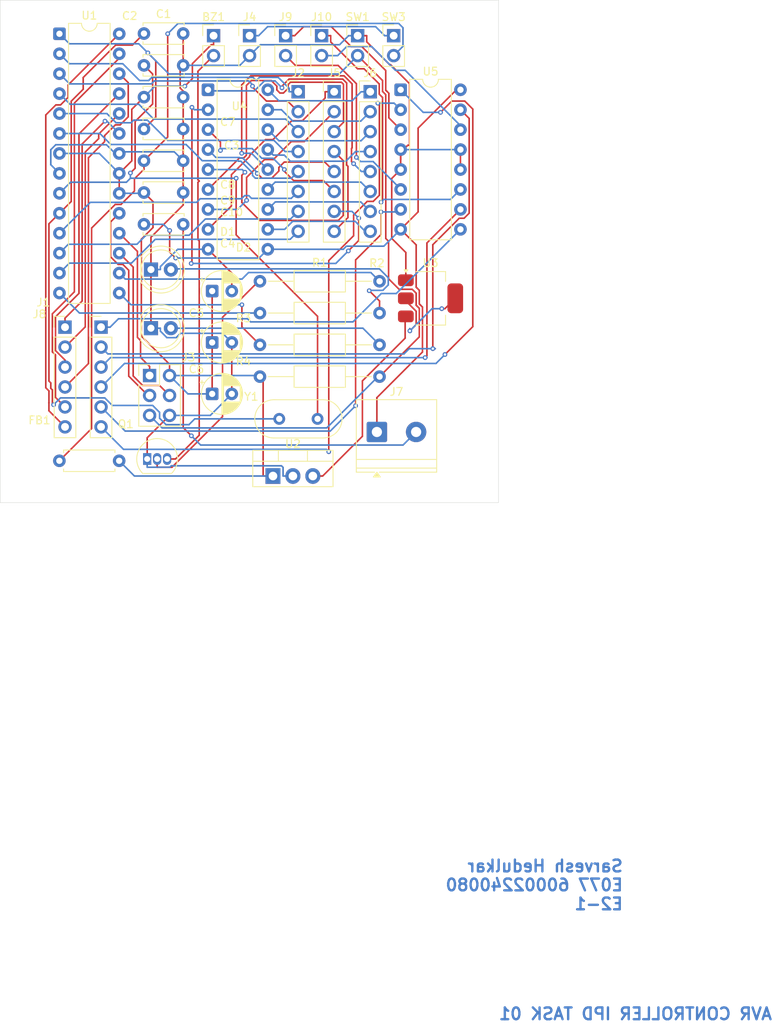
<source format=kicad_pcb>
(kicad_pcb (version 20241229) (generator "pcbnew") (generator_version "9.0")
  (layers (0 "F.Cu" signal) (2 "B.Cu" signal) (13 "F.Paste" user) (15 "B.Paste" user) (5 "F.SilkS" user "F.Silkscreen") (7 "B.SilkS" user "B.Silkscreen") (1 "F.Mask" user) (3 "B.Mask" user) (25 "Edge.Cuts" user))
  (net 0 "")
  (net 1 "5V")
  (net 2 "Net-(BZ1--)")
  (net 3 "GND")
  (net 4 "Net-(U1-XTAL2{slash}PB7)")
  (net 5 "Net-(U1-XTAL1{slash}PB6)")
  (net 6 "RESET")
  (net 7 "Net-(C8-Pad1)")
  (net 8 "Net-(C10-Pad2)")
  (net 9 "12V")
  (net 10 "Net-(D1-A)")
  (net 11 "Net-(D2-A)")
  (net 12 "Net-(J1-Pin_5)")
  (net 13 "Net-(J1-Pin_4)")
  (net 14 "Net-(J1-Pin_2)")
  (net 15 "Net-(J1-Pin_1)")
  (net 16 "Net-(J1-Pin_6)")
  (net 17 "Net-(J1-Pin_3)")
  (net 18 "Net-(J2-Pin_4)")
  (net 19 "Net-(J2-Pin_8)")
  (net 20 "Net-(J2-Pin_6)")
  (net 21 "Net-(J2-Pin_3)")
  (net 22 "Net-(J2-Pin_2)")
  (net 23 "Net-(J2-Pin_1)")
  (net 24 "Net-(J2-Pin_5)")
  (net 25 "Net-(J2-Pin_7)")
  (net 26 "SCK")
  (net 27 "MISO")
  (net 28 "MOSI")
  (net 29 "Net-(J4-Pad1)")
  (net 30 "Net-(J5-Pin_8)")
  (net 31 "Net-(J5-Pin_4)")
  (net 32 "Net-(J5-Pin_3)")
  (net 33 "Net-(J5-Pin_5)")
  (net 34 "Net-(J5-Pin_2)")
  (net 35 "Net-(J5-Pin_1)")
  (net 36 "Net-(J5-Pin_7)")
  (net 37 "Net-(J5-Pin_6)")
  (net 38 "Net-(J6-Pin_4)")
  (net 39 "Net-(J6-Pin_5)")
  (net 40 "Net-(J6-Pin_3)")
  (net 41 "Net-(J6-Pin_8)")
  (net 42 "Net-(J6-Pin_7)")
  (net 43 "Net-(J6-Pin_6)")
  (net 44 "Net-(J6-Pin_1)")
  (net 45 "Net-(J6-Pin_2)")
  (net 46 "Net-(J8-Pin_6)")
  (net 47 "Net-(J8-Pin_5)")
  (net 48 "Net-(J8-Pin_2)")
  (net 49 "Net-(J8-Pin_3)")
  (net 50 "Net-(J8-Pin_4)")
  (net 51 "Net-(J8-Pin_1)")
  (net 52 "Net-(J9-Pin_2)")
  (net 53 "Net-(J9-Pin_1)")
  (net 54 "Net-(J10-Pin_1)")
  (net 55 "Net-(J10-Pin_2)")
  (net 56 "Net-(Q1-G)")
  (net 57 "PWM1")
  (net 58 "GPIO_FLAG_1")
  (net 59 "GPIO_FLAG_2")
  (net 60 "Net-(U2-OUT)")
  (net 61 "+3V0")
  (footprint "Package_TO_SOT_THT:TO-220-3_Vertical" (layer "F.Cu") (at 158.26 121.11)
    (property "Reference" "U2")
    (property "Value" "L7805")
  )
  (footprint "Package_DIP:DIP-28_W7.62mm" (layer "F.Cu") (at 131.05 64.78)
    (property "Reference" "U1")
    (property "Value" "ATmega328-P")
  )
  (footprint "LED_THT:LED_D5.0mm" (layer "F.Cu") (at 142.71 102.28)
    (property "Reference" "D2")
    (property "Value" "LED")
  )
  (footprint "Capacitor_THT:C_Disc_D5.0mm_W2.5mm_P5.00mm" (layer "F.Cu") (at 141.82 76.9)
    (property "Reference" "C7")
    (property "Value" "1uf")
  )
  (footprint "Resistor_THT:R_Axial_DIN0207_L6.3mm_D2.5mm_P15.24mm_Horizontal" (layer "F.Cu") (at 156.6 96.3)
    (property "Reference" "R1")
    (property "Value" "R")
  )
  (footprint "Package_TO_SOT_SMD:SOT-223-3_TabPin2" (layer "F.Cu") (at 178.34 98.475)
    (property "Reference" "U3")
    (property "Value" "AMS1117-3.3")
  )
  (footprint "Connector_PinHeader_2.54mm:PinHeader_1x02_P2.54mm_Vertical" (layer "F.Cu") (at 169.05 65.02)
    (property "Reference" "SW1")
    (property "Value" "SW_Push")
  )
  (footprint "Capacitor_THT:C_Disc_D5.0mm_W2.5mm_P5.00mm" (layer "F.Cu") (at 141.82 89.05)
    (property "Reference" "C10")
    (property "Value" "100uf")
  )
  (footprint "Connector_PinHeader_2.54mm:PinHeader_1x06_P2.54mm_Vertical" (layer "F.Cu") (at 131.76 102.15)
    (property "Reference" "J1")
    (property "Value" "Conn_01x06")
  )
  (footprint "Connector_PinHeader_2.54mm:PinHeader_1x08_P2.54mm_Vertical" (layer "F.Cu") (at 166.06 72.16)
    (property "Reference" "J5")
    (property "Value" "Conn_01x08")
  )
  (footprint "Connector_PinHeader_2.54mm:PinHeader_1x02_P2.54mm_Vertical" (layer "F.Cu") (at 164.46 65.02)
    (property "Reference" "J10")
    (property "Value" "Screw_Terminal_01x02")
  )
  (footprint "Connector_PinHeader_2.54mm:PinHeader_1x06_P2.54mm_Vertical" (layer "F.Cu") (at 136.35 102.15)
    (property "Reference" "J8")
    (property "Value" "Screw_Terminal_01x06")
  )
  (footprint "Connector_PinHeader_2.54mm:PinHeader_1x02_P2.54mm_Vertical" (layer "F.Cu") (at 150.69 65.02)
    (property "Reference" "BZ1")
    (property "Value" "Buzzer")
  )
  (footprint "Resistor_THT:R_Axial_DIN0207_L6.3mm_D2.5mm_P15.24mm_Horizontal" (layer "F.Cu") (at 156.6 108.45)
    (property "Reference" "R4")
    (property "Value" "R")
  )
  (footprint "Connector_PinHeader_2.54mm:PinHeader_1x02_P2.54mm_Vertical" (layer "F.Cu") (at 155.28 65.02)
    (property "Reference" "J4")
    (property "Value" "Barrel_Jack")
  )
  (footprint "Package_TO_SOT_THT:TO-92_Inline" (layer "F.Cu") (at 142.23 118.94)
    (property "Reference" "Q1")
    (property "Value" "2N7000")
  )
  (footprint "Capacitor_THT:CP_Radial_D5.0mm_P2.50mm" (layer "F.Cu") (at 150.5098 97.55)
    (property "Reference" "C4")
    (property "Value" "100nf")
  )
  (footprint "Connector_PinHeader_2.54mm:PinHeader_2x03_P2.54mm_Vertical" (layer "F.Cu") (at 142.54 108.31)
    (property "Reference" "J3")
    (property "Value" "Conn_02x03_Odd_Even")
  )
  (footprint "Capacitor_THT:CP_Radial_D5.0mm_P2.50mm" (layer "F.Cu") (at 150.5098 104.1)
    (property "Reference" "C5")
    (property "Value" "100nf")
  )
  (footprint "Connector_PinHeader_2.54mm:PinHeader_1x08_P2.54mm_Vertical" (layer "F.Cu") (at 170.65 72.16)
    (property "Reference" "J6")
    (property "Value" "Conn_01x08")
  )
  (footprint "Resistor_THT:R_Axial_DIN0207_L6.3mm_D2.5mm_P15.24mm_Horizontal" (layer "F.Cu") (at 156.6 100.35)
    (property "Reference" "R2")
    (property "Value" "R")
  )
  (footprint "Resistor_THT:R_Axial_DIN0207_L6.3mm_D2.5mm_P7.62mm_Horizontal" (layer "F.Cu") (at 131.04 119.17)
    (property "Reference" "FB1")
    (property "Value" "FerriteBead")
  )
  (footprint "Connector_PinHeader_2.54mm:PinHeader_1x02_P2.54mm_Vertical" (layer "F.Cu") (at 159.87 65.02)
    (property "Reference" "J9")
    (property "Value" "Screw_Terminal_01x02")
  )
  (footprint "Resistor_THT:R_Axial_DIN0207_L6.3mm_D2.5mm_P15.24mm_Horizontal" (layer "F.Cu") (at 156.6 104.4)
    (property "Reference" "R3")
    (property "Value" "R")
  )
  (footprint "Capacitor_THT:C_Disc_D5.0mm_W2.5mm_P5.00mm" (layer "F.Cu") (at 141.82 68.8)
    (property "Reference" "C2")
    (property "Value" "22pf")
  )
  (footprint "Crystal:Crystal_HC49-U_Vertical" (layer "F.Cu") (at 159.06 113.83)
    (property "Reference" "Y1")
    (property "Value" "Crystal")
  )
  (footprint "Capacitor_THT:C_Disc_D5.0mm_W2.5mm_P5.00mm" (layer "F.Cu") (at 141.82 64.75)
    (property "Reference" "C1")
    (property "Value" "22pf")
  )
  (footprint "Connector_PinHeader_2.54mm:PinHeader_1x08_P2.54mm_Vertical" (layer "F.Cu") (at 161.47 72.16)
    (property "Reference" "J2")
    (property "Value" "Conn_01x08")
  )
  (footprint "Capacitor_THT:C_Disc_D5.0mm_W2.5mm_P5.00mm" (layer "F.Cu") (at 141.82 85)
    (property "Reference" "C9")
    (property "Value" "1uf")
  )
  (footprint "Connector_PinHeader_2.54mm:PinHeader_1x02_P2.54mm_Vertical" (layer "F.Cu") (at 173.64 65.02)
    (property "Reference" "SW3")
    (property "Value" "SW_Push")
  )
  (footprint "LED_THT:LED_D5.0mm" (layer "F.Cu") (at 142.71 94.81)
    (property "Reference" "D1")
    (property "Value" "LED")
  )
  (footprint "TerminalBlock_Phoenix:TerminalBlock_Phoenix_PT-1,5-2-5.0-H_1x02_P5.00mm_Horizontal" (layer "F.Cu") (at 171.5 115.5)
    (property "Reference" "J7")
    (property "Value" "Barrel_Jack")
  )
  (footprint "Capacitor_THT:C_Disc_D5.0mm_W2.5mm_P5.00mm" (layer "F.Cu") (at 141.82 80.95)
    (property "Reference" "C8")
    (property "Value" "1uf")
  )
  (footprint "Capacitor_THT:CP_Radial_D5.0mm_P2.50mm" (layer "F.Cu") (at 150.5098 110.65)
    (property "Reference" "C6")
    (property "Value" "10uf")
  )
  (footprint "Capacitor_THT:C_Disc_D5.0mm_W2.5mm_P5.00mm" (layer "F.Cu") (at 141.82 72.85)
    (property "Reference" "C3")
    (property "Value" "C")
  )
  (footprint "Package_DIP:DIP-18_W7.62mm" (layer "F.Cu") (at 149.98 71.91)
    (property "Reference" "U4")
    (property "Value" "ULN2803A")
  )
  (footprint "Package_DIP:DIP-16_W7.62mm" (layer "F.Cu") (at 174.53 71.91)
    (property "Reference" "U5")
    (property "Value" "L293")
  )
  (gr_rect (start 123.5 60.5) (end 187 124.5) (stroke (width 0.05)) (fill no) (layer "Edge.Cuts"))
  (gr_text "AVR CONTROLLER IPD TASK 01\n" (at 222 190.5 0) (layer "B.Cu") (effects (font (size 1.5 1.5) (thickness 0.3) (bold yes)) (justify left bottom mirror)))
  (gr_text "Sarvesh Hedulkar\nE077 60002240080\nE2-1\n" (at 203 176.5 0) (layer "B.Cu") (effects (font (size 1.5 1.5) (thickness 0.3) (bold yes)) (justify left bottom mirror)))
  (segment (start 147.9906 70.4889) (end 147.0357 71.4438) (width 0.2) (layer "F.Cu") (net 1))
  (segment (start 150.5098 97.55) (end 150.5098 104.1) (width 0.2) (layer "F.Cu") (net 1))
  (segment (start 138.67 82.56) (end 138.67 85.1) (width 0.2) (layer "F.Cu") (net 1))
  (segment (start 150.4021 66.1717) (end 147.9906 68.5832) (width 0.2) (layer "F.Cu") (net 1))
  (segment (start 157.0058 121.11) (end 157.0058 108.8558) (width 0.2) (layer "F.Cu") (net 1))
  (segment (start 140.2672 74.4028) (end 140.2672 80.9628) (width 0.2) (layer "F.Cu") (net 1))
  (segment (start 141.4872 90.9409) (end 141.4872 103.2839) (width 0.2) (layer "F.Cu") (net 1))
  (segment (start 145.08 106.8767) (end 145.08 108.31) (width 0.2) (layer "F.Cu") (net 1))
  (segment (start 141.4872 103.2839) (end 145.08 106.8767) (width 0.2) (layer "F.Cu") (net 1))
  (segment (start 141.82 85) (end 142.9711 86.1511) (width 0.2) (layer "F.Cu") (net 1))
  (segment (start 142.9711 89.457) (end 141.4872 90.9409) (width 0.2) (layer "F.Cu") (net 1))
  (segment (start 147.9906 68.5832) (end 147.9906 70.4889) (width 0.2) (layer "F.Cu") (net 1))
  (segment (start 142.9711 86.1511) (end 142.9711 89.457) (width 0.2) (layer "F.Cu") (net 1))
  (segment (start 158.26 121.11) (end 157.0058 121.11) (width 0.2) (layer "F.Cu") (net 1))
  (segment (start 141.82 72.85) (end 140.2672 74.4028) (width 0.2) (layer "F.Cu") (net 1))
  (segment (start 140.2672 80.9628) (end 138.67 82.56) (width 0.2) (layer "F.Cu") (net 1))
  (segment (start 150.5098 104.1) (end 150.5098 110.65) (width 0.2) (layer "F.Cu") (net 1))
  (segment (start 150.69 66.1717) (end 150.4021 66.1717) (width 0.2) (layer "F.Cu") (net 1))
  (segment (start 150.69 65.02) (end 150.69 66.1717) (width 0.2) (layer "F.Cu") (net 1))
  (segment (start 157.0058 108.8558) (end 156.6 108.45) (width 0.2) (layer "F.Cu") (net 1))
  (via (at 147.0357 71.4438) (size 0.6) (drill 0.3) (layers "F.Cu" "B.Cu") (net 1))
  (segment (start 138.67 85.1) (end 141.72 85.1) (width 0.2) (layer "B.Cu") (net 1))
  (segment (start 147.0357 71.4438) (end 143.2262 71.4438) (width 0.2) (layer "B.Cu") (net 1))
  (segment (start 141.72 85.1) (end 141.82 85) (width 0.2) (layer "B.Cu") (net 1))
  (segment (start 138.66 119.17) (end 140.6 121.11) (width 0.2) (layer "B.Cu") (net 1))
  (segment (start 143.2262 71.4438) (end 141.82 72.85) (width 0.2) (layer "B.Cu") (net 1))
  (segment (start 156.46 108.31) (end 156.6 108.45) (width 0.2) (layer "B.Cu") (net 1))
  (segment (start 140.6 121.11) (end 158.26 121.11) (width 0.2) (layer "B.Cu") (net 1))
  (segment (start 145.08 108.31) (end 147.42 110.65) (width 0.2) (layer "B.Cu") (net 1))
  (segment (start 147.42 110.65) (end 150.5098 110.65) (width 0.2) (layer "B.Cu") (net 1))
  (segment (start 136.13 80.02) (end 131.05 80.02) (width 0.2) (layer "B.Cu") (net 1))
  (segment (start 145.08 108.31) (end 156.46 108.31) (width 0.2) (layer "B.Cu") (net 1))
  (segment (start 138.67 82.56) (end 136.13 80.02) (width 0.2) (layer "B.Cu") (net 1))
  (segment (start 145.5967 118.94) (end 145.837 118.94) (width 0.2) (layer "F.Cu") (net 2))
  (segment (start 150.69 67.56) (end 148.697 69.553) (width 0.2) (layer "F.Cu") (net 2))
  (segment (start 144.77 118.94) (end 145.5967 118.94) (width 0.2) (layer "F.Cu") (net 2))
  (segment (start 148.697 69.553) (end 148.697 83.3719) (width 0.2) (layer "F.Cu") (net 2))
  (segment (start 148.6985 90.9934) (end 148.6985 83.703) (width 0.2) (layer "F.Cu") (net 2))
  (segment (start 148.8633 115.9137) (end 148.8633 91.1582) (width 0.2) (layer "F.Cu") (net 2))
  (segment (start 145.837 118.94) (end 148.8633 115.9137) (width 0.2) (layer "F.Cu") (net 2))
  (segment (start 148.697 83.3719) (end 148.8633 83.5382) (width 0.2) (layer "F.Cu") (net 2))
  (segment (start 148.6985 83.703) (end 148.8633 83.5382) (width 0.2) (layer "F.Cu") (net 2))
  (segment (start 148.6985 90.9934) (end 148.8633 91.1582) (width 0.2) (layer "F.Cu") (net 2))
  (segment (start 148.697 83.3719) (end 148.8633 83.5382) (width 0.2) (layer "F.Cu") (net 2))
  (segment (start 148.6985 90.9934) (end 148.8633 91.1582) (width 0.2) (layer "F.Cu") (net 2))
  (segment (start 146.434 69.186) (end 146.434 71.6929) (width 0.2) (layer "F.Cu") (net 3))
  (segment (start 175.43 78.979) (end 175.5602 78.979) (width 0.2) (layer "F.Cu") (net 3))
  (segment (start 175.19 96.175) (end 175.19 92.6411) (width 0.2) (layer "F.Cu") (net 3))
  (segment (start 142.71 94.81) (end 142.71 102.28) (width 0.2) (layer "F.Cu") (net 3))
  (segment (start 149.98 92.23) (end 153.0098 95.2598) (width 0.2) (layer "F.Cu") (net 3))
  (segment (start 174.53 79.53) (end 174.53 80.8) (width 0.2) (layer "F.Cu") (net 3))
  (segment (start 142.23 116.24) (end 145.08 113.39) (width 0.2) (layer "F.Cu") (net 3))
  (segment (start 146.82 72.85) (end 146.82 76.9) (width 0.2) (layer "F.Cu") (net 3))
  (segment (start 174.53 80.8) (end 174.53 82.07) (width 0.2) (layer "F.Cu") (net 3))
  (segment (start 142.71 94.81) (end 142.71 90.6957) (width 0.2) (layer "F.Cu") (net 3))
  (segment (start 153.0098 110.65) (end 153.0098 104.1) (width 0.2) (layer "F.Cu") (net 3))
  (segment (start 169.05 65.02) (end 170.2017 65.02) (width 0.2) (layer "F.Cu") (net 3))
  (segment (start 146.82 86.5857) (end 146.82 85) (width 0.2) (layer "F.Cu") (net 3))
  (segment (start 175.19 92.6411) (end 173.3903 90.8414) (width 0.2) (layer "F.Cu") (net 3))
  (segment (start 173.3903 90.8414) (end 173.3903 83.2097) (width 0.2) (layer "F.Cu") (net 3))
  (segment (start 153.0098 95.2598) (end 153.0098 97.55) (width 0.2) (layer "F.Cu") (net 3))
  (segment (start 146.82 76.9) (end 146.82 80.95) (width 0.2) (layer "F.Cu") (net 3))
  (segment (start 170.2017 65.7973) (end 170.2017 65.02) (width 0.2) (layer "F.Cu") (net 3))
  (segment (start 146.434 71.6929) (end 146.8199 72.0788) (width 0.2) (layer "F.Cu") (net 3))
  (segment (start 146.82 72.0788) (end 146.82 72.85) (width 0.2) (layer "F.Cu") (net 3))
  (segment (start 142.23 118.94) (end 142.23 116.24) (width 0.2) (layer "F.Cu") (net 3))
  (segment (start 175.6577 71.1285) (end 173.2469 68.7177) (width 0.2) (layer "F.Cu") (net 3))
  (segment (start 173.2469 68.7177) (end 173.1221 68.7177) (width 0.2) (layer "F.Cu") (net 3))
  (segment (start 173.1221 68.7177) (end 170.2017 65.7973) (width 0.2) (layer "F.Cu") (net 3))
  (segment (start 146.82 68.8) (end 146.82 64.75) (width 0.2) (layer "F.Cu") (net 3))
  (segment (start 182.15 79.53) (end 182.15 82.07) (width 0.2) (layer "F.Cu") (net 3))
  (segment (start 175.5602 78.979) (end 175.6577 78.8815) (width 0.2) (layer "F.Cu") (net 3))
  (segment (start 174.53 79.879) (end 175.43 78.979) (width 0.2) (layer "F.Cu") (net 3))
  (segment (start 174.53 80.8) (end 174.53 79.879) (width 0.2) (layer "F.Cu") (net 3))
  (segment (start 175.6577 78.8815) (end 175.6577 71.1285) (width 0.2) (layer "F.Cu") (net 3))
  (segment (start 142.71 90.6957) (end 146.82 86.5857) (width 0.2) (layer "F.Cu") (net 3))
  (segment (start 146.82 68.8) (end 146.434 69.186) (width 0.2) (layer "F.Cu") (net 3))
  (segment (start 146.82 80.95) (end 146.82 85) (width 0.2) (layer "F.Cu") (net 3))
  (segment (start 173.3903 83.2097) (end 174.53 82.07) (width 0.2) (layer "F.Cu") (net 3))
  (segment (start 146.8199 72.0788) (end 146.82 72.0788) (width 0.2) (layer "F.Cu") (net 3))
  (segment (start 145.1125 119.9917) (end 142.23 119.9917) (width 0.2) (layer "B.Cu") (net 3))
  (segment (start 142.23 118.94) (end 142.23 119.9917) (width 0.2) (layer "B.Cu") (net 3))
  (segment (start 153.0098 110.65) (end 150.2698 113.39) (width 0.2) (layer "B.Cu") (net 3))
  (segment (start 129.947 79.5441) (end 130.5811 78.91) (width 0.2) (layer "B.Cu") (net 3))
  (segment (start 138.1493 80.02) (end 138.67 80.02) (width 0.2) (layer "B.Cu") (net 3))
  (segment (start 160.8 121.11) (end 159.5458 121.11) (width 0.2) (layer "B.Cu") (net 3))
  (segment (start 138.8753 79.8147) (end 145.6847 79.8147) (width 0.2) (layer "B.Cu") (net 3))
  (segment (start 131.05 82.56) (end 129.947 81.457) (width 0.2) (layer "B.Cu") (net 3))
  (segment (start 156.6683 66.1717) (end 155.28 67.56) (width 0.2) (layer "B.Cu") (net 3))
  (segment (start 154.04 68.8) (end 146.82 68.8) (width 0.2) (layer "B.Cu") (net 3))
  (segment (start 159.5458 121.11) (end 159.5458 120.0126) (width 0.2) (layer "B.Cu") (net 3))
  (segment (start 166.7466 66.1717) (end 156.6683 66.1717) (width 0.2) (layer "B.Cu") (net 3))
  (segment (start 145.2959 119.8083) (end 145.1125 119.9917) (width 0.2) (layer "B.Cu") (net 3))
  (segment (start 129.947 81.457) (end 129.947 79.5441) (width 0.2) (layer "B.Cu") (net 3))
  (segment (start 145.9169 103.4817) (end 144.7378 103.4817) (width 0.2) (layer "B.Cu") (net 3))
  (segment (start 144.7378 103.4817) (end 143.9117 102.6556) (width 0.2) (layer "B.Cu") (net 3))
  (segment (start 153.0098 104.1) (end 151.8435 102.9337) (width 0.2) (layer "B.Cu") (net 3))
  (segment (start 142.71 102.28) (end 143.9117 102.28) (width 0.2) (layer "B.Cu") (net 3))
  (segment (start 143.9117 94.81) (end 143.9117 94.4345) (width 0.2) (layer "B.Cu") (net 3))
  (segment (start 169.05 65.02) (end 167.8983 65.02) (width 0.2) (layer "B.Cu") (net 3))
  (segment (start 159.3415 119.8083) (end 145.2959 119.8083) (width 0.2) (layer "B.Cu") (net 3))
  (segment (start 142.71 94.81) (end 143.9117 94.81) (width 0.2) (layer "B.Cu") (net 3))
  (segment (start 174.53 79.53) (end 182.15 79.53) (width 0.2) (layer "B.Cu") (net 3))
  (segment (start 146.1162 92.23) (end 149.98 92.23) (width 0.2) (layer "B.Cu") (net 3))
  (segment (start 143.9117 94.4345) (end 146.1162 92.23) (width 0.2) (layer "B.Cu") (net 3))
  (segment (start 167.8983 65.02) (end 166.7466 66.1717) (width 0.2) (layer "B.Cu") (net 3))
  (segment (start 159.5458 120.0126) (end 159.3415 119.8083) (width 0.2) (layer "B.Cu") (net 3))
  (segment (start 137.0393 78.91) (end 138.1493 80.02) (width 0.2) (layer "B.Cu") (net 3))
  (segment (start 145.6847 79.8147) (end 146.82 80.95) (width 0.2) (layer "B.Cu") (net 3))
  (segment (start 155.28 67.56) (end 154.04 68.8) (width 0.2) (layer "B.Cu") (net 3))
  (segment (start 130.5811 78.91) (end 137.0393 78.91) (width 0.2) (layer "B.Cu") (net 3))
  (segment (start 150.2698 113.39) (end 145.08 113.39) (width 0.2) (layer "B.Cu") (net 3))
  (segment (start 151.8435 102.9337) (end 146.4649 102.9337) (width 0.2) (layer "B.Cu") (net 3))
  (segment (start 143.9117 102.6556) (end 143.9117 102.28) (width 0.2) (layer "B.Cu") (net 3))
  (segment (start 146.4649 102.9337) (end 145.9169 103.4817) (width 0.2) (layer "B.Cu") (net 3))
  (segment (start 138.67 80.02) (end 138.8753 79.8147) (width 0.2) (layer "B.Cu") (net 3))
  (segment (start 132.552 86.138) (end 131.05 87.64) (width 0.2) (layer "F.Cu") (net 4))
  (segment (start 138.2073 66.2183) (end 134.0775 70.3481) (width 0.2) (layer "F.Cu") (net 4))
  (segment (start 141.82 64.75) (end 140.3517 66.2183) (width 0.2) (layer "F.Cu") (net 4))
  (segment (start 129.9482 109.2514) (end 129.7107 109.0139) (width 0.2) (layer "F.Cu") (net 4))
  (segment (start 129.9482 109.9398) (end 129.9482 109.2514) (width 0.2) (layer "F.Cu") (net 4))
  (segment (start 130.1484 110.14) (end 129.9482 109.9398) (width 0.2) (layer "F.Cu") (net 4))
  (segment (start 129.7107 109.0139) (end 129.7107 88.9793) (width 0.2) (layer "F.Cu") (net 4))
  (segment (start 132.552 73.3672) (end 132.552 86.138) (width 0.2) (layer "F.Cu") (net 4))
  (segment (start 134.0775 70.3481) (end 134.0775 71.8417) (width 0.2) (layer "F.Cu") (net 4))
  (segment (start 129.7107 88.9793) (end 131.05 87.64) (width 0.2) (layer "F.Cu") (net 4))
  (segment (start 140.3517 66.2183) (end 138.2073 66.2183) (width 0.2) (layer "F.Cu") (net 4))
  (segment (start 130.31 112.0292) (end 130.1484 111.8676) (width 0.2) (layer "F.Cu") (net 4))
  (segment (start 134.0775 71.8417) (end 132.552 73.3672) (width 0.2) (layer "F.Cu") (net 4))
  (segment (start 130.1484 111.8676) (end 130.1484 110.14) (width 0.2) (layer "F.Cu") (net 4))
  (via (at 130.31 112.0292) (size 0.6) (drill 0.3) (layers "F.Cu" "B.Cu") (net 4))
  (segment (start 131.1809 111.1583) (end 130.31 112.0292) (width 0.2) (layer "B.Cu") (net 4))
  (segment (start 142.9254 112.12) (end 137.7888 112.12) (width 0.2) (layer "B.Cu") (net 4))
  (segment (start 136.8271 111.1583) (end 131.1809 111.1583) (width 0.2) (layer "B.Cu") (net 4))
  (segment (start 143.81 113.0046) (end 142.9254 112.12) (width 0.2) (layer "B.Cu") (net 4))
  (segment (start 143.81 113.7487) (end 143.81 113.0046) (width 0.2) (layer "B.Cu") (net 4))
  (segment (start 137.7888 112.12) (end 136.8271 111.1583) (width 0.2) (layer "B.Cu") (net 4))
  (segment (start 148.2914 113.83) (end 147.5648 114.5566) (width 0.2) (layer "B.Cu") (net 4))
  (segment (start 159.06 113.83) (end 148.2914 113.83) (width 0.2) (layer "B.Cu") (net 4))
  (segment (start 147.556 114.5654) (end 144.6267 114.5654) (width 0.2) (layer "B.Cu") (net 4))
  (segment (start 147.5648 114.5566) (end 147.556 114.5654) (width 0.2) (layer "B.Cu") (net 4))
  (segment (start 144.6267 114.5654) (end 143.81 113.7487) (width 0.2) (layer "B.Cu") (net 4))
  (segment (start 147.5648 114.5566) (end 147.556 114.5654) (width 0.2) (layer "B.Cu") (net 4))
  (segment (start 140.0938 82.5083) (end 140.6943 81.9078) (width 0.2) (layer "F.Cu") (net 5))
  (segment (start 142.9217 69.9017) (end 141.82 68.8) (width 0.2) (layer "F.Cu") (net 5))
  (segment (start 153.5671 90.3955) (end 163.94 100.7684) (width 0.2) (layer "F.Cu") (net 5))
  (segment (start 140.6943 75.9485) (end 142.9217 73.7211) (width 0.2) (layer "F.Cu") (net 5))
  (segment (start 163.94 100.7684) (end 163.94 113.83) (width 0.2) (layer "F.Cu") (net 5))
  (segment (start 140.6943 81.9078) (end 140.6943 75.9485) (width 0.2) (layer "F.Cu") (net 5))
  (segment (start 142.9217 73.7211) (end 142.9217 69.9017) (width 0.2) (layer "F.Cu") (net 5))
  (segment (start 153.5671 83.1777) (end 153.5671 90.3955) (width 0.2) (layer "F.Cu") (net 5))
  (via (at 140.0938 82.5083) (size 0.6) (drill 0.3) (layers "F.Cu" "B.Cu") (net 5))
  (via (at 153.5671 83.1777) (size 0.6) (drill 0.3) (layers "F.Cu" "B.Cu") (net 5))
  (segment (start 140.0938 83.1777) (end 139.5831 83.6884) (width 0.2) (layer "B.Cu") (net 5))
  (segment (start 140.0938 83.1777) (end 153.5671 83.1777) (width 0.2) (layer "B.Cu") (net 5))
  (segment (start 140.0938 83.1777) (end 140.0938 82.5083) (width 0.2) (layer "B.Cu") (net 5))
  (segment (start 139.5831 83.6884) (end 132.4616 83.6884) (width 0.2) (layer "B.Cu") (net 5))
  (segment (start 132.4616 83.6884) (end 131.05 85.1) (width 0.2) (layer "B.Cu") (net 5))
  (segment (start 143.3234 68.2207) (end 143.3234 75.3966) (width 0.2) (layer "F.Cu") (net 6))
  (segment (start 172.2233 72.1238) (end 172.2233 70.7333) (width 0.2) (layer "F.Cu") (net 6))
  (segment (start 176.6727 99.5217) (end 176.5064 99.3554) (width 0.2) (layer "F.Cu") (net 6))
  (segment (start 174.33 97.325) (end 172.9901 95.9851) (width 0.2) (layer "F.Cu") (net 6))
  (segment (start 172.625 72.5255) (end 172.2233 72.1238) (width 0.2) (layer "F.Cu") (net 6))
  (segment (start 172.6326 75.708) (end 172.625 75.7004) (width 0.2) (layer "F.Cu") (net 6))
  (segment (start 176.0078 97.325) (end 174.33 97.325) (width 0.2) (layer "F.Cu") (net 6))
  (segment (start 176.5064 97.8236) (end 176.0078 97.325) (width 0.2) (layer "F.Cu") (net 6))
  (segment (start 176.9081 99.7571) (end 176.6727 99.5217) (width 0.2) (layer "F.Cu") (net 6))
  (segment (start 172.2233 70.7333) (end 169.05 67.56) (width 0.2) (layer "F.Cu") (net 6))
  (segment (start 172.9901 91.2092) (end 172.6326 90.8517) (width 0.2) (layer "F.Cu") (net 6))
  (segment (start 172.625 75.7004) (end 172.625 72.5255) (width 0.2) (layer "F.Cu") (net 6))
  (segment (start 172.9901 95.9851) (end 172.9901 91.2092) (width 0.2) (layer "F.Cu") (net 6))
  (segment (start 172.6326 90.8517) (end 172.6326 75.708) (width 0.2) (layer "F.Cu") (net 6))
  (segment (start 176.9081 103.3819) (end 176.9081 99.7571) (width 0.2) (layer "F.Cu") (net 6))
  (segment (start 176.6727 99.5217) (end 176.5064 99.3554) (width 0.2) (layer "F.Cu") (net 6))
  (segment (start 142.3146 67.2119) (end 143.3234 68.2207) (width 0.2) (layer "F.Cu") (net 6))
  (segment (start 143.3234 75.3966) (end 141.82 76.9) (width 0.2) (layer "F.Cu") (net 6))
  (segment (start 171.84 108.45) (end 176.9081 103.3819) (width 0.2) (layer "F.Cu") (net 6))
  (segment (start 176.5064 99.3554) (end 176.5064 97.8236) (width 0.2) (layer "F.Cu") (net 6))
  (via (at 142.3146 67.2119) (size 0.6) (drill 0.3) (layers "F.Cu" "B.Cu") (net 6))
  (segment (start 142.3146 67.2119) (end 141.1527 66.05) (width 0.2) (layer "B.Cu") (net 6))
  (segment (start 171.6437 108.45) (end 165.1117 114.982) (width 0.2) (layer "B.Cu") (net 6))
  (segment (start 141.1527 66.05) (end 132.32 66.05) (width 0.2) (layer "B.Cu") (net 6))
  (segment (start 144.132 114.982) (end 142.54 113.39) (width 0.2) (layer "B.Cu") (net 6))
  (segment (start 165.1117 114.982) (end 144.132 114.982) (width 0.2) (layer "B.Cu") (net 6))
  (segment (start 132.32 66.05) (end 131.05 64.78) (width 0.2) (layer "B.Cu") (net 6))
  (segment (start 145.0044 69.9017) (end 142.3146 67.2119) (width 0.2) (layer "B.Cu") (net 6))
  (segment (start 169.05 67.56) (end 166.7083 69.9017) (width 0.2) (layer "B.Cu") (net 6))
  (segment (start 166.7083 69.9017) (end 145.0044 69.9017) (width 0.2) (layer "B.Cu") (net 6))
  (segment (start 171.84 108.45) (end 171.6437 108.45) (width 0.2) (layer "B.Cu") (net 6))
  (segment (start 135.1461 89.5282) (end 138.1576 86.5167) (width 0.2) (layer "F.Cu") (net 7))
  (segment (start 141.82 82.038) (end 141.82 80.95) (width 0.2) (layer "F.Cu") (net 7))
  (segment (start 141.82 80.95) (end 144.8443 77.9257) (width 0.2) (layer "F.Cu") (net 7))
  (segment (start 144.8443 77.9257) (end 144.8443 64.7769) (width 0.2) (layer "F.Cu") (net 7))
  (segment (start 140.6076 83.2504) (end 141.82 82.038) (width 0.2) (layer "F.Cu") (net 7))
  (segment (start 135.1461 115.0639) (end 135.1461 89.5282) (width 0.2) (layer "F.Cu") (net 7))
  (segment (start 131.04 119.17) (end 135.1461 115.0639) (width 0.2) (layer "F.Cu") (net 7))
  (segment (start 140.6076 84.8014) (end 140.6076 83.2504) (width 0.2) (layer "F.Cu") (net 7))
  (segment (start 138.8923 86.5167) (end 140.6076 84.8014) (width 0.2) (layer "F.Cu") (net 7))
  (segment (start 138.1576 86.5167) (end 138.8923 86.5167) (width 0.2) (layer "F.Cu") (net 7))
  (via (at 144.8443 64.7769) (size 0.6) (drill 0.3) (layers "F.Cu" "B.Cu") (net 7))
  (segment (start 146.157 63.4642) (end 174.2785 63.4642) (width 0.2) (layer "B.Cu") (net 7))
  (segment (start 174.8248 64.0105) (end 174.8248 66.3752) (width 0.2) (layer "B.Cu") (net 7))
  (segment (start 144.8443 64.7769) (end 146.157 63.4642) (width 0.2) (layer "B.Cu") (net 7))
  (segment (start 174.2785 63.4642) (end 174.8248 64.0105) (width 0.2) (layer "B.Cu") (net 7))
  (segment (start 174.8248 66.3752) (end 173.64 67.56) (width 0.2) (layer "B.Cu") (net 7))
  (segment (start 146.82 114.9471) (end 147.8598 115.9869) (width 0.2) (layer "F.Cu") (net 8))
  (segment (start 146.82 89.05) (end 146.82 114.9471) (width 0.2) (layer "F.Cu") (net 8))
  (via (at 147.8598 115.9869) (size 0.6) (drill 0.3) (layers "F.Cu" "B.Cu") (net 8))
  (segment (start 174.8363 117.1637) (end 149.0366 117.1637) (width 0.2) (layer "B.Cu") (net 8))
  (segment (start 176.5 115.5) (end 174.8363 117.1637) (width 0.2) (layer "B.Cu") (net 8))
  (segment (start 149.0366 117.1637) (end 147.8598 115.9869) (width 0.2) (layer "B.Cu") (net 8))
  (segment (start 176.7536 76.794) (end 176.7536 87.4664) (width 0.2) (layer "F.Cu") (net 9))
  (segment (start 145.0929 89.8378) (end 145.0929 92.5771) (width 0.2) (layer "F.Cu") (net 9))
  (segment (start 177.3098 105.315) (end 171.5 111.1248) (width 0.2) (layer "F.Cu") (net 9))
  (segment (start 176.5064 97.0554) (end 176.5064 91.6664) (width 0.2) (layer "F.Cu") (net 9))
  (segment (start 176.9081 99.1891) (end 176.9081 97.4571) (width 0.2) (layer "F.Cu") (net 9))
  (segment (start 182.15 71.91) (end 181.6376 71.91) (width 0.2) (layer "F.Cu") (net 9))
  (segment (start 176.6727 97.2217) (end 176.5064 97.0554) (width 0.2) (layer "F.Cu") (net 9))
  (segment (start 181.6376 71.91) (end 176.7536 76.794) (width 0.2) (layer "F.Cu") (net 9))
  (segment (start 177.3098 99.5908) (end 177.3098 105.315) (width 0.2) (layer "F.Cu") (net 9))
  (segment (start 176.7536 87.4664) (end 174.53 89.69) (width 0.2) (layer "F.Cu") (net 9))
  (segment (start 176.6727 97.2217) (end 176.5064 97.0554) (width 0.2) (layer "F.Cu") (net 9))
  (segment (start 176.5064 91.6664) (end 174.53 89.69) (width 0.2) (layer "F.Cu") (net 9))
  (segment (start 177.0744 99.3554) (end 176.9081 99.1891) (width 0.2) (layer "F.Cu") (net 9))
  (segment (start 171.5 111.1248) (end 171.5 115.5) (width 0.2) (layer "F.Cu") (net 9))
  (segment (start 177.0744 99.3554) (end 176.9081 99.1891) (width 0.2) (layer "F.Cu") (net 9))
  (segment (start 177.0744 99.3554) (end 177.3098 99.5908) (width 0.2) (layer "F.Cu") (net 9))
  (segment (start 176.9081 97.4571) (end 176.6727 97.2217) (width 0.2) (layer "F.Cu") (net 9))
  (segment (start 145.0929 92.5771) (end 145.8595 93.3437) (width 0.2) (layer "F.Cu") (net 9))
  (via (at 145.8595 93.3437) (size 0.6) (drill 0.3) (layers "F.Cu" "B.Cu") (net 9))
  (via (at 145.0929 89.8378) (size 0.6) (drill 0.3) (layers "F.Cu" "B.Cu") (net 9))
  (segment (start 172.3856 91.8344) (end 167.612 91.8344) (width 0.2) (layer "B.Cu") (net 9))
  (segment (start 141.82 89.05) (end 144.3051 89.05) (width 0.2) (layer "B.Cu") (net 9))
  (segment (start 174.53 89.69) (end 172.3856 91.8344) (width 0.2) (layer "B.Cu") (net 9))
  (segment (start 156.4863 93.3437) (end 157.6 92.23) (width 0.2) (layer "B.Cu") (net 9))
  (segment (start 145.8595 93.3437) (end 156.4863 93.3437) (width 0.2) (layer "B.Cu") (net 9))
  (segment (start 167.2165 92.2299) (end 167.2165 92.23) (width 0.2) (layer "B.Cu") (net 9))
  (segment (start 167.612 91.8344) (end 167.2165 92.2299) (width 0.2) (layer "B.Cu") (net 9))
  (segment (start 144.3051 89.05) (end 145.0929 89.8378) (width 0.2) (layer "B.Cu") (net 9))
  (segment (start 167.2165 92.23) (end 157.6 92.23) (width 0.2) (layer "B.Cu") (net 9))
  (segment (start 170.5235 97.506) (end 171.84 98.8225) (width 0.2) (layer "F.Cu") (net 10))
  (segment (start 171.84 98.8225) (end 171.84 100.35) (width 0.2) (layer "F.Cu") (net 10))
  (via (at 170.5235 97.506) (size 0.6) (drill 0.3) (layers "F.Cu" "B.Cu") (net 10))
  (segment (start 172.2554 97.4626) (end 170.5669 97.4626) (width 0.2) (layer "B.Cu") (net 10))
  (segment (start 172.9521 96.7659) (end 172.2554 97.4626) (width 0.2) (layer "B.Cu") (net 10))
  (segment (start 170.5669 97.4626) (end 170.5235 97.506) (width 0.2) (layer "B.Cu") (net 10))
  (segment (start 145.25 94.81) (end 145.3355 94.7245) (width 0.2) (layer "B.Cu") (net 10))
  (segment (start 172.9521 95.854) (end 172.9521 96.7659) (width 0.2) (layer "B.Cu") (net 10))
  (segment (start 171.8226 94.7245) (end 172.9521 95.854) (width 0.2) (layer "B.Cu") (net 10))
  (segment (start 145.3355 94.7245) (end 171.8226 94.7245) (width 0.2) (layer "B.Cu") (net 10))
  (segment (start 169.72 102.28) (end 171.84 104.4) (width 0.2) (layer "B.Cu") (net 11))
  (segment (start 145.25 102.28) (end 169.72 102.28) (width 0.2) (layer "B.Cu") (net 11))
  (segment (start 130.3836 105.5333) (end 130.5484 105.6981) (width 0.2) (layer "F.Cu") (net 12))
  (segment (start 130.5484 109.972) (end 130.5484 105.6981) (width 0.2) (layer "F.Cu") (net 12))
  (segment (start 132.9537 73.6043) (end 132.9537 97.6435) (width 0.2) (layer "F.Cu") (net 12))
  (segment (start 130.5501 109.9737) (end 130.5484 109.972) (width 0.2) (layer "F.Cu") (net 12))
  (segment (start 130.1482 100.449) (end 130.1482 105.2979) (width 0.2) (layer "F.Cu") (net 12))
  (segment (start 130.5501 111.1001) (end 130.5501 109.9737) (width 0.2) (layer "F.Cu") (net 12))
  (segment (start 130.3836 105.5333) (end 130.5484 105.6981) (width 0.2) (layer "F.Cu") (net 12))
  (segment (start 131.76 112.31) (end 130.5501 111.1001) (width 0.2) (layer "F.Cu") (net 12))
  (segment (start 132.9537 97.6435) (end 130.1482 100.449) (width 0.2) (layer "F.Cu") (net 12))
  (segment (start 130.1482 105.2979) (end 130.3836 105.5333) (width 0.2) (layer "F.Cu") (net 12))
  (segment (start 138.67 67.32) (end 138.67 67.888) (width 0.2) (layer "F.Cu") (net 12))
  (segment (start 138.67 67.888) (end 132.9537 73.6043) (width 0.2) (layer "F.Cu") (net 12))
  (segment (start 134.7444 80.5717) (end 136.8054 78.5107) (width 0.2) (layer "F.Cu") (net 13))
  (segment (start 138.7898 76.3783) (end 139.8169 75.3512) (width 0.2) (layer "F.Cu") (net 13))
  (segment (start 136.8054 77.7481) (end 138.1752 76.3783) (width 0.2) (layer "F.Cu") (net 13))
  (segment (start 136.8054 78.5107) (end 136.8054 77.7481) (width 0.2) (layer "F.Cu") (net 13))
  (segment (start 138.1752 76.3783) (end 138.7898 76.3783) (width 0.2) (layer "F.Cu") (net 13))
  (segment (start 139.8169 71.0069) (end 138.67 69.86) (width 0.2) (layer "F.Cu") (net 13))
  (segment (start 139.8169 75.3512) (end 139.8169 71.0069) (width 0.2) (layer "F.Cu") (net 13))
  (segment (start 134.7444 106.7856) (end 134.7444 80.5717) (width 0.2) (layer "F.Cu") (net 13))
  (segment (start 131.76 109.77) (end 134.7444 106.7856) (width 0.2) (layer "F.Cu") (net 13))
  (segment (start 131.76 104.69) (end 134.3427 102.1073) (width 0.2) (layer "F.Cu") (net 14))
  (segment (start 135.3665 78.8136) (end 135.4529 78.7272) (width 0.2) (layer "F.Cu") (net 14))
  (segment (start 136.0508 78.1293) (end 136.0508 77.5591) (width 0.2) (layer "F.Cu") (net 14))
  (segment (start 134.3427 79.8374) (end 135.3665 78.8136) (width 0.2) (layer "F.Cu") (net 14))
  (segment (start 135.3665 78.8136) (end 135.4529 78.7272) (width 0.2) (layer "F.Cu") (net 14))
  (segment (start 136.0509 77.5591) (end 138.67 74.94) (width 0.2) (layer "F.Cu") (net 14))
  (segment (start 135.4529 78.7272) (end 136.0508 78.1293) (width 0.2) (layer "F.Cu") (net 14))
  (segment (start 134.3427 102.1073) (end 134.3427 79.8374) (width 0.2) (layer "F.Cu") (net 14))
  (segment (start 136.0508 77.5591) (end 136.0509 77.5591) (width 0.2) (layer "F.Cu") (net 14))
  (segment (start 133.941 78.8151) (end 136.851 75.9051) (width 0.2) (layer "F.Cu") (net 15))
  (segment (start 131.76 100.9983) (end 133.941 98.8173) (width 0.2) (layer "F.Cu") (net 15))
  (segment (start 131.76 102.15) (end 131.76 100.9983) (width 0.2) (layer "F.Cu") (net 15))
  (segment (start 133.941 98.8173) (end 133.941 78.8151) (width 0.2) (layer "F.Cu") (net 15))
  (via (at 136.851 75.9051) (size 0.6) (drill 0.3) (layers "F.Cu" "B.Cu") (net 15))
  (segment (start 136.851 75.9051) (end 137.0951 75.9051) (width 0.2) (layer "B.Cu") (net 15))
  (segment (start 137.0951 75.9051) (end 138.67 77.48) (width 0.2) (layer "B.Cu") (net 15))
  (segment (start 130.5937 73.8383) (end 129.309 75.123) (width 0.2) (layer "F.Cu") (net 16))
  (segment (start 132.1517 71.2983) (end 132.1517 72.8794) (width 0.2) (layer "F.Cu") (net 16))
  (segment (start 129.7107 110.2703) (end 129.7107 111.7777) (width 0.2) (layer "F.Cu") (net 16))
  (segment (start 131.1928 73.8383) (end 130.5937 73.8383) (width 0.2) (layer "F.Cu") (net 16))
  (segment (start 129.309 75.123) (end 129.309 109.8686) (width 0.2) (layer "F.Cu") (net 16))
  (segment (start 129.7107 111.7777) (end 129.7083 111.7801) (width 0.2) (layer "F.Cu") (net 16))
  (segment (start 129.7083 112.7983) (end 131.76 114.85) (width 0.2) (layer "F.Cu") (net 16))
  (segment (start 129.309 109.8686) (end 129.7107 110.2703) (width 0.2) (layer "F.Cu") (net 16))
  (segment (start 129.7083 111.7801) (end 129.7083 112.7983) (width 0.2) (layer "F.Cu") (net 16))
  (segment (start 138.67 64.78) (end 132.1517 71.2983) (width 0.2) (layer "F.Cu") (net 16))
  (segment (start 132.1517 72.8794) (end 131.1928 73.8383) (width 0.2) (layer "F.Cu") (net 16))
  (segment (start 133.5378 77.5322) (end 133.5378 97.8446) (width 0.2) (layer "F.Cu") (net 17))
  (segment (start 130.5499 100.8325) (end 130.5499 105.1316) (width 0.2) (layer "F.Cu") (net 17))
  (segment (start 133.5378 97.8446) (end 130.5499 100.8325) (width 0.2) (layer "F.Cu") (net 17))
  (segment (start 131.76 106.3417) (end 131.76 107.23) (width 0.2) (layer "F.Cu") (net 17))
  (segment (start 130.5499 105.1316) (end 131.76 106.3417) (width 0.2) (layer "F.Cu") (net 17))
  (segment (start 138.67 72.4) (end 133.5378 77.5322) (width 0.2) (layer "F.Cu") (net 17))
  (segment (start 137.0945 74.94) (end 131.05 74.94) (width 0.2) (layer "B.Cu") (net 18))
  (segment (start 140.1716 76.1126) (end 138.2671 76.1126) (width 0.2) (layer "B.Cu") (net 18))
  (segment (start 140.5084 75.7758) (end 140.1716 76.1126) (width 0.2) (layer "B.Cu") (net 18))
  (segment (start 161.47 79.78) (end 159.8092 79.78) (width 0.2) (layer "B.Cu") (net 18))
  (segment (start 144.8335 78.3554) (end 142.2539 75.7758) (width 0.2) (layer "B.Cu") (net 18))
  (segment (start 142.2539 75.7758) (end 140.5084 75.7758) (width 0.2) (layer "B.Cu") (net 18))
  (segment (start 138.2671 76.1126) (end 137.0945 74.94) (width 0.2) (layer "B.Cu") (net 18))
  (segment (start 159.8092 79.78) (end 158.3846 78.3554) (width 0.2) (layer "B.Cu") (net 18))
  (segment (start 158.3846 78.3554) (end 144.8335 78.3554) (width 0.2) (layer "B.Cu") (net 18))
  (segment (start 160.45 90.96) (end 143.2604 90.96) (width 0.2) (layer "B.Cu") (net 19))
  (segment (start 140.2304 93.99) (end 132.32 93.99) (width 0.2) (layer "B.Cu") (net 19))
  (segment (start 161.47 89.94) (end 160.45 90.96) (width 0.2) (layer "B.Cu") (net 19))
  (segment (start 132.32 93.99) (end 131.05 95.26) (width 0.2) (layer "B.Cu") (net 19))
  (segment (start 143.2604 90.96) (end 140.2304 93.99) (width 0.2) (layer "B.Cu") (net 19))
  (segment (start 148.5274 86.25) (end 134.98 86.25) (width 0.2) (layer "B.Cu") (net 20))
  (segment (start 154.6472 85.3934) (end 154.2472 85.7934) (width 0.2) (layer "B.Cu") (net 20))
  (segment (start 154.2472 85.7935) (end 148.9839 85.7935) (width 0.2) (layer "B.Cu") (net 20))
  (segment (start 155.5245 85.7435) (end 155.1744 85.3934) (width 0.2) (layer "B.Cu") (net 20))
  (segment (start 161.47 84.86) (end 160.5865 85.7435) (width 0.2) (layer "B.Cu") (net 20))
  (segment (start 134.98 86.25) (end 131.05 90.18) (width 0.2) (layer "B.Cu") (net 20))
  (segment (start 160.5865 85.7435) (end 155.5245 85.7435) (width 0.2) (layer "B.Cu") (net 20))
  (segment (start 154.2472 85.7934) (end 154.2472 85.7935) (width 0.2) (layer "B.Cu") (net 20))
  (segment (start 148.9839 85.7935) (end 148.5274 86.25) (width 0.2) (layer "B.Cu") (net 20))
  (segment (start 155.1744 85.3934) (end 154.6472 85.3934) (width 0.2) (layer "B.Cu") (net 20))
  (segment (start 141.167 73.755) (end 132.405 73.755) (width 0.2) (layer "B.Cu") (net 21))
  (segment (start 132.405 73.755) (end 131.05 72.4) (width 0.2) (layer "B.Cu") (net 21))
  (segment (start 143.0598 75.6478) (end 141.167 73.755) (width 0.2) (layer "B.Cu") (net 21))
  (segment (start 161.47 77.24) (end 159.8778 75.6478) (width 0.2) (layer "B.Cu") (net 21))
  (segment (start 159.8778 75.6478) (end 143.0598 75.6478) (width 0.2) (layer "B.Cu") (net 21))
  (segment (start 155.6515 71.5719) (end 155.6515 71.262) (width 0.2) (layer "F.Cu") (net 22))
  (segment (start 160.1183 73.3483) (end 157.4279 73.3483) (width 0.2) (layer "F.Cu") (net 22))
  (segment (start 161.47 74.7) (end 160.1183 73.3483) (width 0.2) (layer "F.Cu") (net 22))
  (segment (start 155.6515 71.262) (end 155.6515 71.4464) (width 0.2) (layer "F.Cu") (net 22))
  (segment (start 157.4279 73.3483) (end 155.6515 71.5719) (width 0.2) (layer "F.Cu") (net 22))
  (via (at 155.6515 71.4464) (size 0.6) (drill 0.3) (layers "F.Cu" "B.Cu") (net 22))
  (segment (start 143.1332 70.7861) (end 142.7581 71.1612) (width 0.2) (layer "B.Cu") (net 22))
  (segment (start 155.1756 70.7861) (end 143.1332 70.7861) (width 0.2) (layer "B.Cu") (net 22))
  (segment (start 132.3512 71.1612) (end 131.05 69.86) (width 0.2) (layer "B.Cu") (net 22))
  (segment (start 155.6515 71.262) (end 155.6515 71.4464) (width 0.2) (layer "B.Cu") (net 22))
  (segment (start 142.7581 71.1612) (end 132.3512 71.1612) (width 0.2) (layer "B.Cu") (net 22))
  (segment (start 155.6515 71.262) (end 155.1756 70.7861) (width 0.2) (layer "B.Cu") (net 22))
  (segment (start 141.2605 70.7346) (end 139.1159 68.59) (width 0.2) (layer "B.Cu") (net 23))
  (segment (start 156.5335 70.3359) (end 156.2981 70.5713) (width 0.2) (layer "B.Cu") (net 23))
  (segment (start 155.7316 70.3344) (end 142.8167 70.3344) (width 0.2) (layer "B.Cu") (net 23))
  (segment (start 158.9319 70.3359) (end 156.5335 70.3359) (width 0.2) (layer "B.Cu") (net 23))
  (segment (start 142.8167 70.3344) (end 142.5813 70.5698) (width 0.2) (layer "B.Cu") (net 23))
  (segment (start 139.1159 68.59) (end 132.32 68.59) (width 0.2) (layer "B.Cu") (net 23))
  (segment (start 156.2981 70.5713) (end 156.1333 70.7361) (width 0.2) (layer "B.Cu") (net 23))
  (segment (start 156.1333 70.7361) (end 155.7316 70.3344) (width 0.2) (layer "B.Cu") (net 23))
  (segment (start 132.32 68.59) (end 131.05 67.32) (width 0.2) (layer "B.Cu") (net 23))
  (segment (start 161.47 72.16) (end 160.3183 72.16) (width 0.2) (layer "B.Cu") (net 23))
  (segment (start 160.3183 71.7223) (end 158.9319 70.3359) (width 0.2) (layer "B.Cu") (net 23))
  (segment (start 142.4165 70.7346) (end 141.2605 70.7346) (width 0.2) (layer "B.Cu") (net 23))
  (segment (start 160.3183 72.16) (end 160.3183 71.7223) (width 0.2) (layer "B.Cu") (net 23))
  (segment (start 142.5813 70.5698) (end 142.4165 70.7346) (width 0.2) (layer "B.Cu") (net 23))
  (segment (start 142.5813 70.5698) (end 142.4165 70.7346) (width 0.2) (layer "B.Cu") (net 23))
  (segment (start 156.2981 70.5713) (end 156.1333 70.7361) (width 0.2) (layer "B.Cu") (net 23))
  (segment (start 160.6167 83.1733) (end 161.47 82.32) (width 0.2) (layer "B.Cu") (net 24))
  (segment (start 155.654 82.499) (end 155.654 82.8207) (width 0.2) (layer "B.Cu") (net 24))
  (segment (start 136.2007 77.48) (end 137.6018 78.8811) (width 0.2) (layer "B.Cu") (net 24))
  (segment (start 156.0066 83.1733) (end 160.6167 83.1733) (width 0.2) (layer "B.Cu") (net 24))
  (segment (start 153.797 80.943) (end 153.8588 81.0048) (width 0.2) (layer "B.Cu") (net 24))
  (segment (start 149.2481 80.943) (end 153.797 80.943) (width 0.2) (layer "B.Cu") (net 24))
  (segment (start 154.1598 81.0048) (end 155.654 82.499) (width 0.2) (layer "B.Cu") (net 24))
  (segment (start 137.6018 78.8811) (end 147.1862 78.8811) (width 0.2) (layer "B.Cu") (net 24))
  (segment (start 155.654 82.8207) (end 156.0066 83.1733) (width 0.2) (layer "B.Cu") (net 24))
  (segment (start 153.8588 81.0048) (end 154.1598 81.0048) (width 0.2) (layer "B.Cu") (net 24))
  (segment (start 131.05 77.48) (end 136.2007 77.48) (width 0.2) (layer "B.Cu") (net 24))
  (segment (start 147.1862 78.8811) (end 149.2481 80.943) (width 0.2) (layer "B.Cu") (net 24))
  (segment (start 142.0741 90.4395) (end 140.9221 91.5915) (width 0.2) (layer "B.Cu") (net 25))
  (segment (start 140.9221 91.5915) (end 132.1785 91.5915) (width 0.2) (layer "B.Cu") (net 25))
  (segment (start 149.6427 88.3711) (end 147.5743 90.4395) (width 0.2) (layer "B.Cu") (net 25))
  (segment (start 161.47 87.4) (end 161.4679 87.4) (width 0.2) (layer "B.Cu") (net 25))
  (segment (start 160.4968 88.3711) (end 149.6427 88.3711) (width 0.2) (layer "B.Cu") (net 25))
  (segment (start 132.1785 91.5915) (end 131.05 92.72) (width 0.2) (layer "B.Cu") (net 25))
  (segment (start 147.5743 90.4395) (end 142.0741 90.4395) (width 0.2) (layer "B.Cu") (net 25))
  (segment (start 161.4679 87.4) (end 160.4968 88.3711) (width 0.2) (layer "B.Cu") (net 25))
  (segment (start 137.566 93.1926) (end 137.566 88.744) (width 0.2) (layer "F.Cu") (net 26))
  (segment (start 139.8767 108.3847) (end 139.8767 94.9021) (width 0.2) (layer "F.Cu") (net 26))
  (segment (start 138.5317 94.1583) (end 137.566 93.1926) (width 0.2) (layer "F.Cu") (net 26))
  (segment (start 142.342 110.85) (end 139.8767 108.3847) (width 0.2) (layer "F.Cu") (net 26))
  (segment (start 137.566 88.744) (end 138.67 87.64) (width 0.2) (layer "F.Cu") (net 26))
  (segment (start 139.8767 94.9021) (end 139.1329 94.1583) (width 0.2) (layer "F.Cu") (net 26))
  (segment (start 139.1329 94.1583) (end 138.5317 94.1583) (width 0.2) (layer "F.Cu") (net 26))
  (segment (start 142.54 110.85) (end 142.342 110.85) (width 0.2) (layer "F.Cu") (net 26))
  (segment (start 141.222 103.6819) (end 141.3868 103.8467) (width 0.2) (layer "F.Cu") (net 27))
  (segment (start 142.54 108.31) (end 142.54 107.1583) (width 0.2) (layer "F.Cu") (net 27))
  (segment (start 141.222 103.6819) (end 141.3868 103.8467) (width 0.2) (layer "F.Cu") (net 27))
  (segment (start 138.67 90.18) (end 140.9866 92.4966) (width 0.2) (layer "F.Cu") (net 27))
  (segment (start 141.3868 103.8467) (end 141.3868 106.0051) (width 0.2) (layer "F.Cu") (net 27))
  (segment (start 140.9866 103.4465) (end 141.222 103.6819) (width 0.2) (layer "F.Cu") (net 27))
  (segment (start 140.9866 92.4966) (end 140.9866 103.4465) (width 0.2) (layer "F.Cu") (net 27))
  (segment (start 141.3868 106.0051) (end 142.54 107.1583) (width 0.2) (layer "F.Cu") (net 27))
  (segment (start 140.4448 108.3627) (end 140.4448 94.4948) (width 0.2) (layer "F.Cu") (net 28))
  (segment (start 143.8085 109.5785) (end 141.6606 109.5785) (width 0.2) (layer "F.Cu") (net 28))
  (segment (start 145.08 110.85) (end 143.8085 109.5785) (width 0.2) (layer "F.Cu") (net 28))
  (segment (start 140.4448 94.4948) (end 138.67 92.72) (width 0.2) (layer "F.Cu") (net 28))
  (segment (start 141.6606 109.5785) (end 140.4448 108.3627) (width 0.2) (layer "F.Cu") (net 28))
  (segment (start 157.5834 63.8683) (end 171.3366 63.8683) (width 0.2) (layer "B.Cu") (net 29))
  (segment (start 171.3366 63.8683) (end 172.4883 65.02) (width 0.2) (layer "B.Cu") (net 29))
  (segment (start 156.4317 65.02) (end 157.5834 63.8683) (width 0.2) (layer "B.Cu") (net 29))
  (segment (start 173.64 65.02) (end 172.4883 65.02) (width 0.2) (layer "B.Cu") (net 29))
  (segment (start 155.28 65.02) (end 156.4317 65.02) (width 0.2) (layer "B.Cu") (net 29))
  (segment (start 167.8124 81.6646) (end 167.6476 81.4998) (width 0.2) (layer "F.Cu") (net 30))
  (segment (start 159.4055 71.6605) (end 159.4055 71.4484) (width 0.2) (layer "F.Cu") (net 30))
  (segment (start 167.6476 71.0497) (end 167.6476 81.4998) (width 0.2) (layer "F.Cu") (net 30))
  (segment (start 167.1476 70.5497) (end 167.6476 71.0497) (width 0.2) (layer "F.Cu") (net 30))
  (segment (start 167.8124 81.6646) (end 167.6476 81.4998) (width 0.2) (layer "F.Cu") (net 30))
  (segment (start 159.4054 71.6605) (end 159.4055 71.6605) (width 0.2) (layer "F.Cu") (net 30))
  (segment (start 160.3042 70.5497) (end 167.1476 70.5497) (width 0.2) (layer "F.Cu") (net 30))
  (segment (start 166.06 89.94) (end 167.8124 88.1876) (width 0.2) (layer "F.Cu") (net 30))
  (segment (start 167.8124 88.1876) (end 167.8124 81.6646) (width 0.2) (layer "F.Cu") (net 30))
  (segment (start 159.4055 71.4484) (end 160.3042 70.5497) (width 0.2) (layer "F.Cu") (net 30))
  (via (at 159.4054 71.6605) (size 0.6) (drill 0.3) (layers "F.Cu" "B.Cu") (net 30))
  (segment (start 157.1612 70.7876) (end 158.5325 70.7876) (width 0.2) (layer "B.Cu") (net 30))
  (segment (start 158.5325 70.7876) (end 159.4054 71.6605) (width 0.2) (layer "B.Cu") (net 30))
  (segment (start 150.1181 72.0481) (end 155.9007 72.0481) (width 0.2) (layer "B.Cu") (net 30))
  (segment (start 155.9007 72.0481) (end 157.1612 70.7876) (width 0.2) (layer "B.Cu") (net 30))
  (segment (start 149.98 71.91) (end 150.1181 72.0481) (width 0.2) (layer "B.Cu") (net 30))
  (segment (start 166.5869 88.5517) (end 167.2117 87.9269) (width 0.2) (layer "F.Cu") (net 31))
  (segment (start 167.2117 80.9317) (end 166.06 79.78) (width 0.2) (layer "F.Cu") (net 31))
  (segment (start 154.2946 82.8) (end 154.2946 86.2733) (width 0.2) (layer "F.Cu") (net 31))
  (segment (start 167.2117 87.9269) (end 167.2117 80.9317) (width 0.2) (layer "F.Cu") (net 31))
  (segment (start 156.573 88.5517) (end 166.5869 88.5517) (width 0.2) (layer "F.Cu") (net 31))
  (segment (start 154.2946 86.2733) (end 156.573 88.5517) (width 0.2) (layer "F.Cu") (net 31))
  (segment (start 154.6848 82.4098) (end 154.2946 82.8) (width 0.2) (layer "F.Cu") (net 31))
  (via (at 154.6848 82.4098) (size 0.6) (drill 0.3) (layers "F.Cu" "B.Cu") (net 31))
  (segment (start 149.98 82.07) (end 154.345 82.07) (width 0.2) (layer "B.Cu") (net 31))
  (segment (start 154.345 82.07) (end 154.6848 82.4098) (width 0.2) (layer "B.Cu") (net 31))
  (segment (start 154.8759 71.3649) (end 155.5077 70.7331) (width 0.2) (layer "F.Cu") (net 32))
  (segment (start 160.1995 71.2387) (end 160.4868 70.9514) (width 0.2) (layer "F.Cu") (net 32))
  (segment (start 166.9792 70.9514) (end 167.2444 71.2166) (width 0.2) (layer "F.Cu") (net 32))
  (segment (start 158.0424 70.7331) (end 158.753 71.4437) (width 0.2) (layer "F.Cu") (net 32))
  (segment (start 167.2444 76.0556) (end 166.06 77.24) (width 0.2) (layer "F.Cu") (net 32))
  (segment (start 154.5234 80.6031) (end 154.8759 80.2506) (width 0.2) (layer "F.Cu") (net 32))
  (segment (start 167.2444 71.2166) (end 167.2444 76.0556) (width 0.2) (layer "F.Cu") (net 32))
  (segment (start 159.5908 72.3263) (end 160.1995 71.7176) (width 0.2) (layer "F.Cu") (net 32))
  (segment (start 153.9869 80.6031) (end 154.5234 80.6031) (width 0.2) (layer "F.Cu") (net 32))
  (segment (start 154.8759 80.2506) (end 154.8759 71.3649) (width 0.2) (layer "F.Cu") (net 32))
  (segment (start 158.753 71.4437) (end 158.753 71.9325) (width 0.2) (layer "F.Cu") (net 32))
  (segment (start 155.5077 70.7331) (end 158.0424 70.7331) (width 0.2) (layer "F.Cu") (net 32))
  (segment (start 159.1468 72.3263) (end 159.5908 72.3263) (width 0.2) (layer "F.Cu") (net 32))
  (segment (start 149.98 84.61) (end 153.9869 80.6031) (width 0.2) (layer "F.Cu") (net 32))
  (segment (start 160.4868 70.9514) (end 166.9792 70.9514) (width 0.2) (layer "F.Cu") (net 32))
  (segment (start 158.753 71.9325) (end 159.1468 72.3263) (width 0.2) (layer "F.Cu") (net 32))
  (segment (start 160.1995 71.7176) (end 160.1995 71.2387) (width 0.2) (layer "F.Cu") (net 32))
  (segment (start 164.8607 81.1207) (end 166.06 82.32) (width 0.2) (layer "F.Cu") (net 33))
  (segment (start 159.6944 81.1207) (end 164.8607 81.1207) (width 0.2) (layer "F.Cu") (net 33))
  (segment (start 159.009 81.8061) (end 159.6944 81.1207) (width 0.2) (layer "F.Cu") (net 33))
  (segment (start 156.2557 82.5716) (end 156.8573 83.1732) (width 0.2) (layer "F.Cu") (net 33))
  (segment (start 159.009 82.2632) (end 159.009 81.8061) (width 0.2) (layer "F.Cu") (net 33))
  (segment (start 156.8573 83.1732) (end 158.099 83.1732) (width 0.2) (layer "F.Cu") (net 33))
  (segment (start 158.099 83.1732) (end 159.009 82.2632) (width 0.2) (layer "F.Cu") (net 33))
  (via (at 156.2557 82.5716) (size 0.6) (drill 0.3) (layers "F.Cu" "B.Cu") (net 33))
  (segment (start 150.9839 80.5339) (end 153.9559 80.5339) (width 0.2) (layer "B.Cu") (net 33))
  (segment (start 156.2557 82.4651) (end 156.2557 82.5716) (width 0.2) (layer "B.Cu") (net 33))
  (segment (start 153.9559 80.5339) (end 154.0251 80.6031) (width 0.2) (layer "B.Cu") (net 33))
  (segment (start 154.0251 80.6031) (end 154.3937 80.6031) (width 0.2) (layer "B.Cu") (net 33))
  (segment (start 149.98 79.53) (end 150.9839 80.5339) (width 0.2) (layer "B.Cu") (net 33))
  (segment (start 154.3937 80.6031) (end 156.2557 82.4651) (width 0.2) (layer "B.Cu") (net 33))
  (segment (start 158.3041 80.8) (end 157.1765 80.8) (width 0.2) (layer "F.Cu") (net 34))
  (segment (start 162.25 78.51) (end 160.5941 78.51) (width 0.2) (layer "F.Cu") (net 34))
  (segment (start 160.5941 78.51) (end 158.3041 80.8) (width 0.2) (layer "F.Cu") (net 34))
  (segment (start 157.1765 80.8) (end 154.8963 83.0802) (width 0.2) (layer "F.Cu") (net 34))
  (segment (start 154.8963 83.0802) (end 154.8963 85.9951) (width 0.2) (layer "F.Cu") (net 34))
  (segment (start 166.06 74.7) (end 162.25 78.51) (width 0.2) (layer "F.Cu") (net 34))
  (via (at 154.8963 85.9951) (size 0.6) (drill 0.3) (layers "F.Cu" "B.Cu") (net 34))
  (segment (start 153.7414 87.15) (end 154.8963 85.9951) (width 0.2) (layer "B.Cu") (net 34))
  (segment (start 149.98 87.15) (end 153.7414 87.15) (width 0.2) (layer "B.Cu") (net 34))
  (segment (start 166.06 72.16) (end 164.9083 72.16) (width 0.2) (layer "F.Cu") (net 35))
  (segment (start 157.2941 78.26) (end 158.2534 78.26) (width 0.2) (layer "F.Cu") (net 35))
  (segment (start 155.2776 80.2765) (end 157.2941 78.26) (width 0.2) (layer "F.Cu") (net 35))
  (segment (start 160.6617 75.8517) (end 162.011 75.8517) (width 0.2) (layer "F.Cu") (net 35))
  (segment (start 164.9083 72.9544) (end 164.9083 72.16) (width 0.2) (layer "F.Cu") (net 35))
  (segment (start 155.2776 80.4169) (end 155.2776 80.2765) (width 0.2) (layer "F.Cu") (net 35))
  (segment (start 162.011 75.8517) (end 164.9083 72.9544) (width 0.2) (layer "F.Cu") (net 35))
  (segment (start 158.2534 78.26) (end 160.6617 75.8517) (width 0.2) (layer "F.Cu") (net 35))
  (segment (start 152.9654 82.7291) (end 155.2776 80.4169) (width 0.2) (layer "F.Cu") (net 35))
  (segment (start 152.9654 86.7046) (end 152.9654 82.7291) (width 0.2) (layer "F.Cu") (net 35))
  (segment (start 149.98 89.69) (end 152.9654 86.7046) (width 0.2) (layer "F.Cu") (net 35))
  (segment (start 147.9328 74.1446) (end 147.9328 93.943) (width 0.2) (layer "F.Cu") (net 36))
  (segment (start 169.1813 91.1159) (end 167.8611 92.4361) (width 0.2) (layer "F.Cu") (net 36))
  (segment (start 169.1813 88.2647) (end 169.1813 91.1159) (width 0.2) (layer "F.Cu") (net 36))
  (segment (start 147.9328 93.943) (end 147.8417 94.0341) (width 0.2) (layer "F.Cu") (net 36))
  (via (at 147.8417 94.0341) (size 0.6) (drill 0.3) (layers "F.Cu" "B.Cu") (net 36))
  (via (at 169.1813 88.2647) (size 0.6) (drill 0.3) (layers "F.Cu" "B.Cu") (net 36))
  (via (at 167.8611 92.4361) (size 0.6) (drill 0.3) (layers "F.Cu" "B.Cu") (net 36))
  (via (at 147.9328 74.1446) (size 0.6) (drill 0.3) (layers "F.Cu" "B.Cu") (net 36))
  (segment (start 167.8611 92.4361) (end 166.2631 94.0341) (width 0.2) (layer "B.Cu") (net 36))
  (segment (start 166.06 87.4) (end 168.3166 87.4) (width 0.2) (layer "B.Cu") (net 36))
  (segment (start 148.2382 74.45) (end 147.9328 74.1446) (width 0.2) (layer "B.Cu") (net 36))
  (segment (start 166.2631 94.0341) (end 147.8417 94.0341) (width 0.2) (layer "B.Cu") (net 36))
  (segment (start 168.3166 87.4) (end 169.1813 88.2647) (width 0.2) (layer "B.Cu") (net 36))
  (segment (start 149.98 74.45) (end 148.2382 74.45) (width 0.2) (layer "B.Cu") (net 36))
  (segment (start 151.5675 79.6419) (end 151.5675 79.2994) (width 0.2) (layer "F.Cu") (net 37))
  (segment (start 159.7109 82.3005) (end 160.8821 83.4717) (width 0.2) (layer "F.Cu") (net 37))
  (segment (start 159.7109 82.0689) (end 159.7109 82.3005) (width 0.2) (layer "F.Cu") (net 37))
  (segment (start 151.5675 78.5775) (end 151.5675 79.6419) (width 0.2) (layer "F.Cu") (net 37))
  (segment (start 160.8821 83.4717) (end 164.6717 83.4717) (width 0.2) (layer "F.Cu") (net 37))
  (segment (start 164.6717 83.4717) (end 166.06 84.86) (width 0.2) (layer "F.Cu") (net 37))
  (segment (start 151.5675 79.2994) (end 151.5675 79.6419) (width 0.2) (layer "F.Cu") (net 37))
  (segment (start 149.98 76.99) (end 151.5675 78.5775) (width 0.2) (layer "F.Cu") (net 37))
  (via (at 151.5675 79.6419) (size 0.6) (drill 0.3) (layers "F.Cu" "B.Cu") (net 37))
  (via (at 159.7109 82.0689) (size 0.6) (drill 0.3) (layers "F.Cu" "B.Cu") (net 37))
  (segment (start 151.5675 79.6419) (end 151.5675 79.2994) (width 0.2) (layer "B.Cu") (net 37))
  (segment (start 156.8298 80.6332) (end 155.5963 79.3997) (width 0.2) (layer "B.Cu") (net 37))
  (segment (start 159.7109 82.0689) (end 158.2752 80.6332) (width 0.2) (layer "B.Cu") (net 37))
  (segment (start 155.5963 79.3997) (end 151.8097 79.3997) (width 0.2) (layer "B.Cu") (net 37))
  (segment (start 151.8097 79.3997) (end 151.5675 79.6419) (width 0.2) (layer "B.Cu") (net 37))
  (segment (start 158.2752 80.6332) (end 156.8298 80.6332) (width 0.2) (layer "B.Cu") (net 37))
  (segment (start 151.5675 79.2994) (end 151.5675 79.6419) (width 0.2) (layer "B.Cu") (net 37))
  (segment (start 168.7791 79.78) (end 167.5486 81.0105) (width 0.2) (layer "B.Cu") (net 38))
  (segment (start 158.3015 80.2315) (end 157.6 79.53) (width 0.2) (layer "B.Cu") (net 38))
  (segment (start 167.5486 81.0105) (end 160.4738 81.0105) (width 0.2) (layer "B.Cu") (net 38))
  (segment (start 170.65 79.78) (end 168.7791 79.78) (width 0.2) (layer "B.Cu") (net 38))
  (segment (start 159.6948 80.2315) (end 158.3015 80.2315) (width 0.2) (layer "B.Cu") (net 38))
  (segment (start 160.4738 81.0105) (end 159.6948 80.2315) (width 0.2) (layer "B.Cu") (net 38))
  (segment (start 167.318 70.1332) (end 168.3412 71.1564) (width 0.2) (layer "F.Cu") (net 39))
  (segment (start 154.2742 71.2889) (end 155.4299 70.1332) (width 0.2) (layer "F.Cu") (net 39))
  (segment (start 155.4299 70.1332) (end 167.318 70.1332) (width 0.2) (layer "F.Cu") (net 39))
  (segment (start 168.3412 79.3168) (end 168.2666 79.3914) (width 0.2) (layer "F.Cu") (net 39))
  (segment (start 154.2742 80.0014) (end 154.2742 71.2889) (width 0.2) (layer "F.Cu") (net 39))
  (segment (start 168.3412 71.1564) (end 168.3412 79.3168) (width 0.2) (layer "F.Cu") (net 39))
  (segment (start 168.2666 79.3914) (end 168.2666 81.0559) (width 0.2) (layer "F.Cu") (net 39))
  (segment (start 168.2666 81.0559) (end 168.5365 81.3258) (width 0.2) (layer "F.Cu") (net 39))
  (via (at 168.5365 81.3258) (size 0.6) (drill 0.3) (layers "F.Cu" "B.Cu") (net 39))
  (via (at 154.2742 80.0014) (size 0.6) (drill 0.3) (layers "F.Cu" "B.Cu") (net 39))
  (segment (start 169.5307 82.32) (end 170.65 82.32) (width 0.2) (layer "B.Cu") (net 39))
  (segment (start 157.6 82.07) (end 155.5314 80.0014) (width 0.2) (layer "B.Cu") (net 39))
  (segment (start 168.5365 81.3258) (end 169.5307 82.32) (width 0.2) (layer "B.Cu") (net 39))
  (segment (start 155.5314 80.0014) (end 154.2742 80.0014) (width 0.2) (layer "B.Cu") (net 39))
  (segment (start 169.4885 78.4015) (end 159.0115 78.4015) (width 0.2) (layer "B.Cu") (net 40))
  (segment (start 159.0115 78.4015) (end 157.6 76.99) (width 0.2) (layer "B.Cu") (net 40))
  (segment (start 170.65 77.24) (end 169.4885 78.4015) (width 0.2) (layer "B.Cu") (net 40))
  (segment (start 157.6 89.69) (end 159.7459 89.69) (width 0.2) (layer "B.Cu") (net 41))
  (segment (start 168.7358 88.67) (end 170.0058 89.94) (width 0.2) (layer "B.Cu") (net 41))
  (segment (start 160.7659 88.67) (end 168.7358 88.67) (width 0.2) (layer "B.Cu") (net 41))
  (segment (start 170.0058 89.94) (end 170.65 89.94) (width 0.2) (layer "B.Cu") (net 41))
  (segment (start 159.7459 89.69) (end 160.7659 88.67) (width 0.2) (layer "B.Cu") (net 41))
  (segment (start 158.5563 86.1937) (end 157.6 87.15) (width 0.2) (layer "B.Cu") (net 42))
  (segment (start 170.65 87.4) (end 169.4437 86.1937) (width 0.2) (layer "B.Cu") (net 42))
  (segment (start 169.4437 86.1937) (end 158.5563 86.1937) (width 0.2) (layer "B.Cu") (net 42))
  (segment (start 170.65 84.86) (end 169.4624 83.6724) (width 0.2) (layer "B.Cu") (net 43))
  (segment (start 169.4624 83.6724) (end 158.5376 83.6724) (width 0.2) (layer "B.Cu") (net 43))
  (segment (start 158.5376 83.6724) (end 157.6 84.61) (width 0.2) (layer "B.Cu") (net 43))
  (segment (start 170.65 72.16) (end 169.4983 72.16) (width 0.2) (layer "B.Cu") (net 44))
  (segment (start 157.6 71.91) (end 159.0017 73.3117) (width 0.2) (layer "B.Cu") (net 44))
  (segment (start 168.3466 73.3117) (end 169.4983 72.16) (width 0.2) (layer "B.Cu") (net 44))
  (segment (start 159.0017 73.3117) (end 168.3466 73.3117) (width 0.2) (layer "B.Cu") (net 44))
  (segment (start 169.4497 75.9003) (end 170.65 74.7) (width 0.2) (layer "B.Cu") (net 45))
  (segment (start 159.3328 74.45) (end 160.7831 75.9003) (width 0.2) (layer "B.Cu") (net 45))
  (segment (start 160.7831 75.9003) (end 169.4497 75.9003) (width 0.2) (layer "B.Cu") (net 45))
  (segment (start 157.6 74.45) (end 159.3328 74.45) (width 0.2) (layer "B.Cu") (net 45))
  (segment (start 171.6216 73.6167) (end 171.815 73.8101) (width 0.2) (layer "F.Cu") (net 46))
  (segment (start 171.815 85.3471) (end 171.0321 86.13) (width 0.2) (layer "F.Cu") (net 46))
  (segment (start 171.0321 86.13) (end 170.264 86.13) (width 0.2) (layer "F.Cu") (net 46))
  (segment (start 170.264 86.13) (end 168.5345 87.8595) (width 0.2) (layer "F.Cu") (net 46))
  (segment (start 165.3681 93.6676) (end 165.3681 118.0136) (width 0.2) (layer "F.Cu") (net 46))
  (segment (start 171.815 73.8101) (end 171.815 85.3471) (width 0.2) (layer "F.Cu") (net 46))
  (segment (start 168.5345 87.8595) (end 168.5345 90.5012) (width 0.2) (layer "F.Cu") (net 46))
  (segment (start 168.5345 90.5012) (end 165.3681 93.6676) (width 0.2) (layer "F.Cu") (net 46))
  (via (at 171.6216 73.6167) (size 0.6) (drill 0.3) (layers "F.Cu" "B.Cu") (net 46))
  (via (at 165.3681 118.0136) (size 0.6) (drill 0.3) (layers "F.Cu" "B.Cu") (net 46))
  (segment (start 173.6967 73.6167) (end 174.53 74.45) (width 0.2) (layer "B.Cu") (net 46))
  (segment (start 165.0691 117.7146) (end 165.3681 118.0136) (width 0.2) (layer "B.Cu") (net 46))
  (segment (start 136.35 114.85) (end 139.2146 117.7146) (width 0.2) (layer "B.Cu") (net 46))
  (segment (start 171.6216 73.6167) (end 173.6967 73.6167) (width 0.2) (layer "B.Cu") (net 46))
  (segment (start 139.2146 117.7146) (end 165.0691 117.7146) (width 0.2) (layer "B.Cu") (net 46))
  (segment (start 168.787 112.1575) (end 168.787 93.589) (width 0.2) (layer "F.Cu") (net 47))
  (segment (start 168.787 93.589) (end 172.018 90.358) (width 0.2) (layer "F.Cu") (net 47))
  (segment (start 172.018 90.358) (end 172.018 87.4707) (width 0.2) (layer "F.Cu") (net 47))
  (via (at 168.787 112.1575) (size 0.6) (drill 0.3) (layers "F.Cu" "B.Cu") (net 47))
  (via (at 172.018 87.4707) (size 0.6) (drill 0.3) (layers "F.Cu" "B.Cu") (net 47))
  (segment (start 136.35 112.31) (end 139.4237 115.3837) (width 0.2) (layer "B.Cu") (net 47))
  (segment (start 172.018 87.4707) (end 174.2093 87.4707) (width 0.2) (layer "B.Cu") (net 47))
  (segment (start 165.5608 115.3837) (end 168.787 112.1575) (width 0.2) (layer "B.Cu") (net 47))
  (segment (start 174.2093 87.4707) (end 174.53 87.15) (width 0.2) (layer "B.Cu") (net 47))
  (segment (start 139.4237 115.3837) (end 165.5608 115.3837) (width 0.2) (layer "B.Cu") (net 47))
  (segment (start 178.6265 104.8878) (end 178.9385 104.8878) (width 0.2) (layer "F.Cu") (net 48))
  (segment (start 183.2598 75.5598) (end 183.2598 87.6317) (width 0.2) (layer "F.Cu") (net 48))
  (segment (start 178.9385 104.8878) (end 178.6265 104.8878) (width 0.2) (layer "F.Cu") (net 48))
  (segment (start 182.6131 88.2784) (end 181.9922 88.2784) (width 0.2) (layer "F.Cu") (net 48))
  (segment (start 182.15 74.45) (end 183.2598 75.5598) (width 0.2) (layer "F.Cu") (net 48))
  (segment (start 178.6265 91.6441) (end 178.6265 104.8878) (width 0.2) (layer "F.Cu") (net 48))
  (segment (start 183.2598 87.6317) (end 182.6131 88.2784) (width 0.2) (layer "F.Cu") (net 48))
  (segment (start 181.9922 88.2784) (end 178.6265 91.6441) (width 0.2) (layer "F.Cu") (net 48))
  (via (at 178.6265 104.8878) (size 0.6) (drill 0.3) (layers "F.Cu" "B.Cu") (net 48))
  (segment (start 178.6265 104.8878) (end 178.9385 104.8878) (width 0.2) (layer "B.Cu") (net 48))
  (segment (start 175.6258 104.8878) (end 174.9565 105.5571) (width 0.2) (layer "B.Cu") (net 48))
  (segment (start 178.9385 104.8878) (end 178.6265 104.8878) (width 0.2) (layer "B.Cu") (net 48))
  (segment (start 178.6265 104.8878) (end 175.6258 104.8878) (width 0.2) (layer "B.Cu") (net 48))
  (segment (start 174.9565 105.5571) (end 137.2171 105.5571) (width 0.2) (layer "B.Cu") (net 48))
  (segment (start 137.2171 105.5571) (end 136.35 104.69) (width 0.2) (layer "B.Cu") (net 48))
  (segment (start 177.8778 106.0286) (end 177.6494 106.0286) (width 0.2) (layer "F.Cu") (net 49))
  (segment (start 177.6494 106.0286) (end 177.8778 106.0286) (width 0.2) (layer "F.Cu") (net 49))
  (segment (start 177.8778 91.4222) (end 182.15 87.15) (width 0.2) (layer "F.Cu") (net 49))
  (segment (start 177.6494 106.0286) (end 177.8778 105.8002) (width 0.2) (layer "F.Cu") (net 49))
  (segment (start 177.8778 105.8002) (end 177.8778 91.4222) (width 0.2) (layer "F.Cu") (net 49))
  (via (at 177.6494 106.0286) (size 0.6) (drill 0.3) (layers "F.Cu" "B.Cu") (net 49))
  (segment (start 177.8778 106.0286) (end 177.6494 106.0286) (width 0.2) (layer "B.Cu") (net 49))
  (segment (start 137.5514 106.0286) (end 136.35 107.23) (width 0.2) (layer "B.Cu") (net 49))
  (segment (start 177.6494 106.0286) (end 177.8778 106.0286) (width 0.2) (layer "B.Cu") (net 49))
  (segment (start 177.6494 106.0286) (end 137.5514 106.0286) (width 0.2) (layer "B.Cu") (net 49))
  (segment (start 183.7216 74.3709) (end 183.7216 102.0844) (width 0.2) (layer "F.Cu") (net 50))
  (segment (start 182.699 73.3483) (end 183.7216 74.3709) (width 0.2) (layer "F.Cu") (net 50))
  (segment (start 183.7216 102.0844) (end 180.1743 105.6317) (width 0.2) (layer "F.Cu") (net 50))
  (segment (start 179.6101 74.7883) (end 181.0501 73.3483) (width 0.2) (layer "F.Cu") (net 50))
  (segment (start 181.0501 73.3483) (end 182.699 73.3483) (width 0.2) (layer "F.Cu") (net 50))
  (via (at 180.1743 105.6317) (size 0.6) (drill 0.3) (layers "F.Cu" "B.Cu") (net 50))
  (via (at 179.6101 74.7883) (size 0.6) (drill 0.3) (layers "F.Cu" "B.Cu") (net 50))
  (segment (start 139.3473 106.7727) (end 136.35 109.77) (width 0.2) (layer "B.Cu") (net 50))
  (segment (start 179.0333 106.7727) (end 139.3473 106.7727) (width 0.2) (layer "B.Cu") (net 50))
  (segment (start 177.4083 74.7883) (end 174.53 71.91) (width 0.2) (layer "B.Cu") (net 50))
  (segment (start 179.6101 74.7883) (end 177.4083 74.7883) (width 0.2) (layer "B.Cu") (net 50))
  (segment (start 180.1743 105.6317) (end 179.0333 106.7727) (width 0.2) (layer "B.Cu") (net 50))
  (segment (start 155.0114 101.0783) (end 155.4096 101.4765) (width 0.2) (layer "B.Cu") (net 51))
  (segment (start 136.35 102.15) (end 137.5017 102.15) (width 0.2) (layer "B.Cu") (net 51))
  (segment (start 168.4548 101.4765) (end 172.067 97.8643) (width 0.2) (layer "B.Cu") (net 51))
  (segment (start 137.5017 102.15) (end 138.5734 101.0783) (width 0.2) (layer "B.Cu") (net 51))
  (segment (start 155.4096 101.4765) (end 168.4548 101.4765) (width 0.2) (layer "B.Cu") (net 51))
  (segment (start 138.5734 101.0783) (end 155.0114 101.0783) (width 0.2) (layer "B.Cu") (net 51))
  (segment (start 173.9757 97.8643) (end 182.15 89.69) (width 0.2) (layer "B.Cu") (net 51))
  (segment (start 172.067 97.8643) (end 173.9757 97.8643) (width 0.2) (layer "B.Cu") (net 51))
  (segment (start 161.1201 68.8101) (end 159.87 67.56) (width 0.2) (layer "F.Cu") (net 52))
  (segment (start 168.8906 80.5193) (end 168.8906 71.1378) (width 0.2) (layer "F.Cu") (net 52))
  (segment (start 168.8906 71.1378) (end 166.5629 68.8101) (width 0.2) (layer "F.Cu") (net 52))
  (segment (start 166.5629 68.8101) (end 161.1201 68.8101) (width 0.2) (layer "F.Cu") (net 52))
  (via (at 168.8906 80.5193) (size 0.6) (drill 0.3) (layers "F.Cu" "B.Cu") (net 52))
  (segment (start 169.4213 81.05) (end 171.0208 81.05) (width 0.2) (layer "B.Cu") (net 52))
  (segment (start 171.0208 81.05) (end 174.53 84.5592) (width 0.2) (layer "B.Cu") (net 52))
  (segment (start 168.8906 80.5193) (end 169.4213 81.05) (width 0.2) (layer "B.Cu") (net 52))
  (segment (start 174.53 84.5592) (end 174.53 84.61) (width 0.2) (layer "B.Cu") (net 52))
  (segment (start 174.53 76.99) (end 173.0267 75.4867) (width 0.2) (layer "F.Cu") (net 53))
  (segment (start 168.2246 66.4083) (end 165.6846 63.8683) (width 0.2) (layer "F.Cu") (net 53))
  (segment (start 172.625 69.458) (end 169.5753 66.4083) (width 0.2) (layer "F.Cu") (net 53))
  (segment (start 169.5753 66.4083) (end 168.2246 66.4083) (width 0.2) (layer "F.Cu") (net 53))
  (segment (start 173.0267 72.3591) (end 172.7913 72.1237) (width 0.2) (layer "F.Cu") (net 53))
  (segment (start 162.1734 63.8683) (end 161.0217 65.02) (width 0.2) (layer "F.Cu") (net 53))
  (segment (start 173.0267 75.4867) (end 173.0267 72.3591) (width 0.2) (layer "F.Cu") (net 53))
  (segment (start 165.6846 63.8683) (end 162.1734 63.8683) (width 0.2) (layer "F.Cu") (net 53))
  (segment (start 172.625 71.9574) (end 172.625 69.458) (width 0.2) (layer "F.Cu") (net 53))
  (segment (start 159.87 65.02) (end 161.0217 65.02) (width 0.2) (layer "F.Cu") (net 53))
  (segment (start 172.7913 72.1237) (end 172.625 71.9574) (width 0.2) (layer "F.Cu") (net 53))
  (segment (start 172.7913 72.1237) (end 172.625 71.9574) (width 0.2) (layer "F.Cu") (net 53))
  (segment (start 171.8017 72.4717) (end 172.2233 72.8933) (width 0.2) (layer "F.Cu") (net 54))
  (segment (start 172.2233 72.8933) (end 172.2233 86.0289) (width 0.2) (layer "F.Cu") (net 54))
  (segment (start 165.6117 65.8118) (end 169.0386 69.2387) (width 0.2) (layer "F.Cu") (net 54))
  (segment (start 164.46 65.02) (end 165.6117 65.02) (width 0.2) (layer "F.Cu") (net 54))
  (segment (start 171.8017 71.1729) (end 171.8017 72.4717) (width 0.2) (layer "F.Cu") (net 54))
  (segment (start 169.8675 69.2387) (end 171.8017 71.1729) (width 0.2) (layer "F.Cu") (net 54))
  (segment (start 165.6117 65.02) (end 165.6117 65.8118) (width 0.2) (layer "F.Cu") (net 54))
  (segment (start 172.2233 86.0289) (end 172.0281 86.2241) (width 0.2) (layer "F.Cu") (net 54))
  (segment (start 169.0386 69.2387) (end 169.8675 69.2387) (width 0.2) (layer "F.Cu") (net 54))
  (via (at 172.0281 86.2241) (size 0.6) (drill 0.3) (layers "F.Cu" "B.Cu") (net 54))
  (segment (start 180.88 85.88) (end 172.3722 85.88) (width 0.2) (layer "B.Cu") (net 54))
  (segment (start 182.15 84.61) (end 180.88 85.88) (width 0.2) (layer "B.Cu") (net 54))
  (segment (start 172.3722 85.88) (end 172.0281 86.2241) (width 0.2) (layer "B.Cu") (net 54))
  (segment (start 182.15 76.99) (end 182.15 76.4773) (width 0.2) (layer "B.Cu") (net 55))
  (segment (start 167.6639 66.3973) (end 166.5012 67.56) (width 0.2) (layer "B.Cu") (net 55))
  (segment (start 182.15 76.4773) (end 175.1047 69.432) (width 0.2) (layer "B.Cu") (net 55))
  (segment (start 166.5012 67.56) (end 164.46 67.56) (width 0.2) (layer "B.Cu") (net 55))
  (segment (start 173.8677 69.432) (end 170.833 66.3973) (width 0.2) (layer "B.Cu") (net 55))
  (segment (start 175.1047 69.432) (end 173.8677 69.432) (width 0.2) (layer "B.Cu") (net 55))
  (segment (start 170.833 66.3973) (end 167.6639 66.3973) (width 0.2) (layer "B.Cu") (net 55))
  (segment (start 145.3891 119.9917) (end 143.5 119.9917) (width 0.2) (layer "F.Cu") (net 56))
  (segment (start 143.5 118.94) (end 143.5 119.9917) (width 0.2) (layer "F.Cu") (net 56))
  (segment (start 151.8314 100.8924) (end 151.8314 113.5494) (width 0.2) (layer "F.Cu") (net 56))
  (segment (start 156.4238 96.3) (end 151.8314 100.8924) (width 0.2) (layer "F.Cu") (net 56))
  (segment (start 156.6 96.3) (end 156.4238 96.3) (width 0.2) (layer "F.Cu") (net 56))
  (segment (start 151.8314 113.5494) (end 145.3891 119.9917) (width 0.2) (layer "F.Cu") (net 56))
  (segment (start 170.7309 95.1909) (end 171.84 96.3) (width 0.2) (layer "B.Cu") (net 57))
  (segment (start 155.1463 95.1909) (end 170.7309 95.1909) (width 0.2) (layer "B.Cu") (net 57))
  (segment (start 154.3119 96.0253) (end 155.1463 95.1909) (width 0.2) (layer "B.Cu") (net 57))
  (segment (start 139.4353 96.0253) (end 154.3119 96.0253) (width 0.2) (layer "B.Cu") (net 57))
  (segment (start 138.67 95.26) (end 139.4353 96.0253) (width 0.2) (layer "B.Cu") (net 57))
  (segment (start 133.6 100.35) (end 156.6 100.35) (width 0.2) (layer "B.Cu") (net 58))
  (segment (start 131.05 97.8) (end 133.6 100.35) (width 0.2) (layer "B.Cu") (net 58))
  (segment (start 154.2976 99.296) (end 154.2976 102.0976) (width 0.2) (layer "F.Cu") (net 59))
  (segment (start 154.2976 102.0976) (end 156.6 104.4) (width 0.2) (layer "F.Cu") (net 59))
  (via (at 154.2976 99.296) (size 0.6) (drill 0.3) (layers "F.Cu" "B.Cu") (net 59))
  (segment (start 140.166 99.296) (end 154.2976 99.296) (width 0.2) (layer "B.Cu") (net 59))
  (segment (start 138.67 97.8) (end 140.166 99.296) (width 0.2) (layer "B.Cu") (net 59))
  (segment (start 169.6567 116.0475) (end 164.5942 121.11) (width 0.2) (layer "F.Cu") (net 60))
  (segment (start 163.34 121.11) (end 164.5942 121.11) (width 0.2) (layer "F.Cu") (net 60))
  (segment (start 175.1011 100.8639) (end 175.1011 103.5506) (width 0.2) (layer "F.Cu") (net 60))
  (segment (start 169.6567 108.995) (end 169.6567 116.0475) (width 0.2) (layer "F.Cu") (net 60))
  (segment (start 175.19 100.775) (end 175.1011 100.8639) (width 0.2) (layer "F.Cu") (net 60))
  (segment (start 175.1011 103.5506) (end 169.6567 108.995) (width 0.2) (layer "F.Cu") (net 60))
  (segment (start 175.7028 102.6235) (end 176.5064 101.8199) (width 0.2) (layer "F.Cu") (net 61))
  (segment (start 176.5064 101.8199) (end 176.5064 100.1236) (width 0.2) (layer "F.Cu") (net 61))
  (segment (start 179.7633 99.7953) (end 179.9665 99.7953) (width 0.2) (layer "F.Cu") (net 61))
  (segment (start 176.5064 100.1236) (end 175.19 98.8072) (width 0.2) (layer "F.Cu") (net 61))
  (segment (start 180.1697 99.7953) (end 181.49 98.475) (width 0.2) (layer "F.Cu") (net 61))
  (segment (start 179.7633 99.7953) (end 180.1697 99.7953) (width 0.2) (layer "F.Cu") (net 61))
  (segment (start 175.19 98.8072) (end 175.19 98.475) (width 0.2) (layer "F.Cu") (net 61))
  (segment (start 175.7028 102.3327) (end 175.7028 102.6235) (width 0.2) (layer "F.Cu") (net 61))
  (segment (start 175.7028 102.6235) (end 175.7028 102.3327) (width 0.2) (layer "F.Cu") (net 61))
  (segment (start 179.9665 99.7953) (end 179.7633 99.7953) (width 0.2) (layer "F.Cu") (net 61))
  (via (at 179.7633 99.7953) (size 0.6) (drill 0.3) (layers "F.Cu" "B.Cu") (net 61))
  (via (at 175.7028 102.6235) (size 0.6) (drill 0.3) (layers "F.Cu" "B.Cu") (net 61))
  (segment (start 178.531 99.7953) (end 175.7028 102.6235) (width 0.2) (layer "B.Cu") (net 61))
  (segment (start 179.7633 99.7953) (end 179.9665 99.7953) (width 0.2) (layer "B.Cu") (net 61))
  (segment (start 175.7028 102.6235) (end 175.7028 102.3327) (width 0.2) (layer "B.Cu") (net 61))
  (segment (start 179.7633 99.7953) (end 178.531 99.7953) (width 0.2) (layer "B.Cu") (net 61))
  (segment (start 179.9665 99.7953) (end 179.7633 99.7953) (width 0.2) (layer "B.Cu") (net 61))
  (segment (start 175.7028 102.3327) (end 175.7028 102.6235) (width 0.2) (layer "B.Cu") (net 61))
)
</source>
